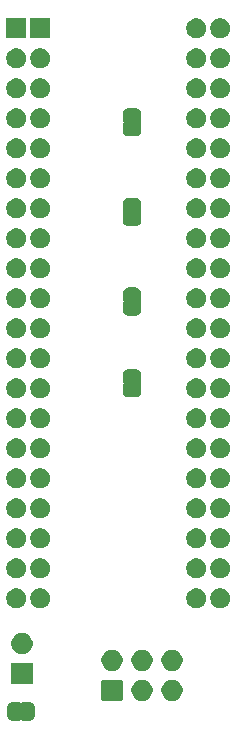
<source format=gbr>
G04 #@! TF.GenerationSoftware,KiCad,Pcbnew,5.1.5+dfsg1-2build2*
G04 #@! TF.CreationDate,2022-03-13T21:18:42-04:00*
G04 #@! TF.ProjectId,vdg_breakout,7664675f-6272-4656-916b-6f75742e6b69,rev?*
G04 #@! TF.SameCoordinates,Original*
G04 #@! TF.FileFunction,Soldermask,Bot*
G04 #@! TF.FilePolarity,Negative*
%FSLAX46Y46*%
G04 Gerber Fmt 4.6, Leading zero omitted, Abs format (unit mm)*
G04 Created by KiCad (PCBNEW 5.1.5+dfsg1-2build2) date 2022-03-13 21:18:42*
%MOMM*%
%LPD*%
G04 APERTURE LIST*
%ADD10C,0.100000*%
G04 APERTURE END LIST*
D10*
G36*
X123234999Y-117649737D02*
G01*
X123244608Y-117652652D01*
X123253472Y-117657390D01*
X123261237Y-117663763D01*
X123271448Y-117676206D01*
X123278378Y-117686575D01*
X123295705Y-117703902D01*
X123316080Y-117717515D01*
X123338720Y-117726891D01*
X123362753Y-117731671D01*
X123387257Y-117731670D01*
X123411290Y-117726888D01*
X123433929Y-117717510D01*
X123454302Y-117703895D01*
X123471629Y-117686568D01*
X123478558Y-117676198D01*
X123488763Y-117663763D01*
X123496528Y-117657390D01*
X123505392Y-117652652D01*
X123515001Y-117649737D01*
X123531140Y-117648148D01*
X124018861Y-117648148D01*
X124037199Y-117649954D01*
X124049450Y-117650556D01*
X124067869Y-117650556D01*
X124090149Y-117652750D01*
X124174233Y-117669476D01*
X124195660Y-117675976D01*
X124274858Y-117708780D01*
X124280303Y-117711691D01*
X124280309Y-117711693D01*
X124289169Y-117716429D01*
X124289173Y-117716432D01*
X124294614Y-117719340D01*
X124365899Y-117766971D01*
X124383204Y-117781172D01*
X124443828Y-117841796D01*
X124458029Y-117859101D01*
X124505660Y-117930386D01*
X124508568Y-117935827D01*
X124508571Y-117935831D01*
X124513307Y-117944691D01*
X124513309Y-117944697D01*
X124516220Y-117950142D01*
X124549024Y-118029340D01*
X124555524Y-118050767D01*
X124572250Y-118134851D01*
X124574444Y-118157131D01*
X124574444Y-118175550D01*
X124575046Y-118187801D01*
X124576852Y-118206139D01*
X124576852Y-118693862D01*
X124575046Y-118712199D01*
X124574444Y-118724450D01*
X124574444Y-118742869D01*
X124572250Y-118765149D01*
X124555524Y-118849233D01*
X124549024Y-118870660D01*
X124516220Y-118949858D01*
X124513309Y-118955303D01*
X124513307Y-118955309D01*
X124508571Y-118964169D01*
X124508568Y-118964173D01*
X124505660Y-118969614D01*
X124458029Y-119040899D01*
X124443828Y-119058204D01*
X124383204Y-119118828D01*
X124365899Y-119133029D01*
X124294614Y-119180660D01*
X124289173Y-119183568D01*
X124289169Y-119183571D01*
X124280309Y-119188307D01*
X124280303Y-119188309D01*
X124274858Y-119191220D01*
X124195660Y-119224024D01*
X124174233Y-119230524D01*
X124090149Y-119247250D01*
X124067869Y-119249444D01*
X124049450Y-119249444D01*
X124037199Y-119250046D01*
X124018862Y-119251852D01*
X123531140Y-119251852D01*
X123515001Y-119250263D01*
X123505392Y-119247348D01*
X123496528Y-119242610D01*
X123488763Y-119236237D01*
X123478552Y-119223794D01*
X123471622Y-119213425D01*
X123454295Y-119196098D01*
X123433920Y-119182485D01*
X123411280Y-119173109D01*
X123387247Y-119168329D01*
X123362743Y-119168330D01*
X123338710Y-119173112D01*
X123316071Y-119182490D01*
X123295698Y-119196105D01*
X123278371Y-119213432D01*
X123271442Y-119223802D01*
X123261237Y-119236237D01*
X123253472Y-119242610D01*
X123244608Y-119247348D01*
X123234999Y-119250263D01*
X123218860Y-119251852D01*
X122731138Y-119251852D01*
X122712801Y-119250046D01*
X122700550Y-119249444D01*
X122682131Y-119249444D01*
X122659851Y-119247250D01*
X122575767Y-119230524D01*
X122554340Y-119224024D01*
X122475142Y-119191220D01*
X122469697Y-119188309D01*
X122469691Y-119188307D01*
X122460831Y-119183571D01*
X122460827Y-119183568D01*
X122455386Y-119180660D01*
X122384101Y-119133029D01*
X122366796Y-119118828D01*
X122306172Y-119058204D01*
X122291971Y-119040899D01*
X122244340Y-118969614D01*
X122241432Y-118964173D01*
X122241429Y-118964169D01*
X122236693Y-118955309D01*
X122236691Y-118955303D01*
X122233780Y-118949858D01*
X122200976Y-118870660D01*
X122194476Y-118849233D01*
X122177750Y-118765149D01*
X122175556Y-118742869D01*
X122175556Y-118724450D01*
X122174954Y-118712199D01*
X122173148Y-118693862D01*
X122173148Y-118206139D01*
X122174954Y-118187801D01*
X122175556Y-118175550D01*
X122175556Y-118157131D01*
X122177750Y-118134851D01*
X122194476Y-118050767D01*
X122200976Y-118029340D01*
X122233780Y-117950142D01*
X122236691Y-117944697D01*
X122236693Y-117944691D01*
X122241429Y-117935831D01*
X122241432Y-117935827D01*
X122244340Y-117930386D01*
X122291971Y-117859101D01*
X122306172Y-117841796D01*
X122366796Y-117781172D01*
X122384101Y-117766971D01*
X122455386Y-117719340D01*
X122460827Y-117716432D01*
X122460831Y-117716429D01*
X122469691Y-117711693D01*
X122469697Y-117711691D01*
X122475142Y-117708780D01*
X122554340Y-117675976D01*
X122575767Y-117669476D01*
X122659851Y-117652750D01*
X122682131Y-117650556D01*
X122700550Y-117650556D01*
X122712801Y-117649954D01*
X122731139Y-117648148D01*
X123218860Y-117648148D01*
X123234999Y-117649737D01*
G37*
G36*
X131833600Y-115777989D02*
G01*
X131866652Y-115788015D01*
X131897103Y-115804292D01*
X131923799Y-115826201D01*
X131945708Y-115852897D01*
X131961985Y-115883348D01*
X131972011Y-115916400D01*
X131976000Y-115956903D01*
X131976000Y-117393097D01*
X131972011Y-117433600D01*
X131961985Y-117466652D01*
X131945708Y-117497103D01*
X131923799Y-117523799D01*
X131897103Y-117545708D01*
X131866652Y-117561985D01*
X131833600Y-117572011D01*
X131793097Y-117576000D01*
X130356903Y-117576000D01*
X130316400Y-117572011D01*
X130283348Y-117561985D01*
X130252897Y-117545708D01*
X130226201Y-117523799D01*
X130204292Y-117497103D01*
X130188015Y-117466652D01*
X130177989Y-117433600D01*
X130174000Y-117393097D01*
X130174000Y-115956903D01*
X130177989Y-115916400D01*
X130188015Y-115883348D01*
X130204292Y-115852897D01*
X130226201Y-115826201D01*
X130252897Y-115804292D01*
X130283348Y-115788015D01*
X130316400Y-115777989D01*
X130356903Y-115774000D01*
X131793097Y-115774000D01*
X131833600Y-115777989D01*
G37*
G36*
X133723796Y-115777989D02*
G01*
X133877812Y-115808624D01*
X134041784Y-115876544D01*
X134189354Y-115975147D01*
X134314853Y-116100646D01*
X134413456Y-116248216D01*
X134481376Y-116412188D01*
X134516000Y-116586259D01*
X134516000Y-116763741D01*
X134481376Y-116937812D01*
X134413456Y-117101784D01*
X134314853Y-117249354D01*
X134189354Y-117374853D01*
X134041784Y-117473456D01*
X133877812Y-117541376D01*
X133729341Y-117570908D01*
X133703742Y-117576000D01*
X133526258Y-117576000D01*
X133500659Y-117570908D01*
X133352188Y-117541376D01*
X133188216Y-117473456D01*
X133040646Y-117374853D01*
X132915147Y-117249354D01*
X132816544Y-117101784D01*
X132748624Y-116937812D01*
X132714000Y-116763741D01*
X132714000Y-116586259D01*
X132748624Y-116412188D01*
X132816544Y-116248216D01*
X132915147Y-116100646D01*
X133040646Y-115975147D01*
X133188216Y-115876544D01*
X133352188Y-115808624D01*
X133506204Y-115777989D01*
X133526258Y-115774000D01*
X133703742Y-115774000D01*
X133723796Y-115777989D01*
G37*
G36*
X136263796Y-115777989D02*
G01*
X136417812Y-115808624D01*
X136581784Y-115876544D01*
X136729354Y-115975147D01*
X136854853Y-116100646D01*
X136953456Y-116248216D01*
X137021376Y-116412188D01*
X137056000Y-116586259D01*
X137056000Y-116763741D01*
X137021376Y-116937812D01*
X136953456Y-117101784D01*
X136854853Y-117249354D01*
X136729354Y-117374853D01*
X136581784Y-117473456D01*
X136417812Y-117541376D01*
X136269341Y-117570908D01*
X136243742Y-117576000D01*
X136066258Y-117576000D01*
X136040659Y-117570908D01*
X135892188Y-117541376D01*
X135728216Y-117473456D01*
X135580646Y-117374853D01*
X135455147Y-117249354D01*
X135356544Y-117101784D01*
X135288624Y-116937812D01*
X135254000Y-116763741D01*
X135254000Y-116586259D01*
X135288624Y-116412188D01*
X135356544Y-116248216D01*
X135455147Y-116100646D01*
X135580646Y-115975147D01*
X135728216Y-115876544D01*
X135892188Y-115808624D01*
X136046204Y-115777989D01*
X136066258Y-115774000D01*
X136243742Y-115774000D01*
X136263796Y-115777989D01*
G37*
G36*
X124351000Y-116151000D02*
G01*
X122549000Y-116151000D01*
X122549000Y-114349000D01*
X124351000Y-114349000D01*
X124351000Y-116151000D01*
G37*
G36*
X136268512Y-113238927D02*
G01*
X136417812Y-113268624D01*
X136581784Y-113336544D01*
X136729354Y-113435147D01*
X136854853Y-113560646D01*
X136953456Y-113708216D01*
X137021376Y-113872188D01*
X137056000Y-114046259D01*
X137056000Y-114223741D01*
X137021376Y-114397812D01*
X136953456Y-114561784D01*
X136854853Y-114709354D01*
X136729354Y-114834853D01*
X136581784Y-114933456D01*
X136417812Y-115001376D01*
X136268512Y-115031073D01*
X136243742Y-115036000D01*
X136066258Y-115036000D01*
X136041488Y-115031073D01*
X135892188Y-115001376D01*
X135728216Y-114933456D01*
X135580646Y-114834853D01*
X135455147Y-114709354D01*
X135356544Y-114561784D01*
X135288624Y-114397812D01*
X135254000Y-114223741D01*
X135254000Y-114046259D01*
X135288624Y-113872188D01*
X135356544Y-113708216D01*
X135455147Y-113560646D01*
X135580646Y-113435147D01*
X135728216Y-113336544D01*
X135892188Y-113268624D01*
X136041488Y-113238927D01*
X136066258Y-113234000D01*
X136243742Y-113234000D01*
X136268512Y-113238927D01*
G37*
G36*
X133728512Y-113238927D02*
G01*
X133877812Y-113268624D01*
X134041784Y-113336544D01*
X134189354Y-113435147D01*
X134314853Y-113560646D01*
X134413456Y-113708216D01*
X134481376Y-113872188D01*
X134516000Y-114046259D01*
X134516000Y-114223741D01*
X134481376Y-114397812D01*
X134413456Y-114561784D01*
X134314853Y-114709354D01*
X134189354Y-114834853D01*
X134041784Y-114933456D01*
X133877812Y-115001376D01*
X133728512Y-115031073D01*
X133703742Y-115036000D01*
X133526258Y-115036000D01*
X133501488Y-115031073D01*
X133352188Y-115001376D01*
X133188216Y-114933456D01*
X133040646Y-114834853D01*
X132915147Y-114709354D01*
X132816544Y-114561784D01*
X132748624Y-114397812D01*
X132714000Y-114223741D01*
X132714000Y-114046259D01*
X132748624Y-113872188D01*
X132816544Y-113708216D01*
X132915147Y-113560646D01*
X133040646Y-113435147D01*
X133188216Y-113336544D01*
X133352188Y-113268624D01*
X133501488Y-113238927D01*
X133526258Y-113234000D01*
X133703742Y-113234000D01*
X133728512Y-113238927D01*
G37*
G36*
X131188512Y-113238927D02*
G01*
X131337812Y-113268624D01*
X131501784Y-113336544D01*
X131649354Y-113435147D01*
X131774853Y-113560646D01*
X131873456Y-113708216D01*
X131941376Y-113872188D01*
X131976000Y-114046259D01*
X131976000Y-114223741D01*
X131941376Y-114397812D01*
X131873456Y-114561784D01*
X131774853Y-114709354D01*
X131649354Y-114834853D01*
X131501784Y-114933456D01*
X131337812Y-115001376D01*
X131188512Y-115031073D01*
X131163742Y-115036000D01*
X130986258Y-115036000D01*
X130961488Y-115031073D01*
X130812188Y-115001376D01*
X130648216Y-114933456D01*
X130500646Y-114834853D01*
X130375147Y-114709354D01*
X130276544Y-114561784D01*
X130208624Y-114397812D01*
X130174000Y-114223741D01*
X130174000Y-114046259D01*
X130208624Y-113872188D01*
X130276544Y-113708216D01*
X130375147Y-113560646D01*
X130500646Y-113435147D01*
X130648216Y-113336544D01*
X130812188Y-113268624D01*
X130961488Y-113238927D01*
X130986258Y-113234000D01*
X131163742Y-113234000D01*
X131188512Y-113238927D01*
G37*
G36*
X123563512Y-111813927D02*
G01*
X123712812Y-111843624D01*
X123876784Y-111911544D01*
X124024354Y-112010147D01*
X124149853Y-112135646D01*
X124248456Y-112283216D01*
X124316376Y-112447188D01*
X124351000Y-112621259D01*
X124351000Y-112798741D01*
X124316376Y-112972812D01*
X124248456Y-113136784D01*
X124149853Y-113284354D01*
X124024354Y-113409853D01*
X123876784Y-113508456D01*
X123712812Y-113576376D01*
X123563512Y-113606073D01*
X123538742Y-113611000D01*
X123361258Y-113611000D01*
X123336488Y-113606073D01*
X123187188Y-113576376D01*
X123023216Y-113508456D01*
X122875646Y-113409853D01*
X122750147Y-113284354D01*
X122651544Y-113136784D01*
X122583624Y-112972812D01*
X122549000Y-112798741D01*
X122549000Y-112621259D01*
X122583624Y-112447188D01*
X122651544Y-112283216D01*
X122750147Y-112135646D01*
X122875646Y-112010147D01*
X123023216Y-111911544D01*
X123187188Y-111843624D01*
X123336488Y-111813927D01*
X123361258Y-111809000D01*
X123538742Y-111809000D01*
X123563512Y-111813927D01*
G37*
G36*
X125248229Y-108066704D02*
G01*
X125403101Y-108130854D01*
X125542482Y-108223986D01*
X125661016Y-108342520D01*
X125754148Y-108481901D01*
X125818298Y-108636773D01*
X125851001Y-108801185D01*
X125851001Y-108968817D01*
X125818298Y-109133229D01*
X125754148Y-109288101D01*
X125661016Y-109427482D01*
X125542482Y-109546016D01*
X125403101Y-109639148D01*
X125248229Y-109703298D01*
X125083817Y-109736001D01*
X124916185Y-109736001D01*
X124751773Y-109703298D01*
X124596901Y-109639148D01*
X124457520Y-109546016D01*
X124338986Y-109427482D01*
X124245854Y-109288101D01*
X124181704Y-109133229D01*
X124149001Y-108968817D01*
X124149001Y-108801185D01*
X124181704Y-108636773D01*
X124245854Y-108481901D01*
X124338986Y-108342520D01*
X124457520Y-108223986D01*
X124596901Y-108130854D01*
X124751773Y-108066704D01*
X124916185Y-108034001D01*
X125083817Y-108034001D01*
X125248229Y-108066704D01*
G37*
G36*
X138463228Y-108066704D02*
G01*
X138618100Y-108130854D01*
X138757481Y-108223986D01*
X138876015Y-108342520D01*
X138969147Y-108481901D01*
X139033297Y-108636773D01*
X139066000Y-108801185D01*
X139066000Y-108968817D01*
X139033297Y-109133229D01*
X138969147Y-109288101D01*
X138876015Y-109427482D01*
X138757481Y-109546016D01*
X138618100Y-109639148D01*
X138463228Y-109703298D01*
X138298816Y-109736001D01*
X138131184Y-109736001D01*
X137966772Y-109703298D01*
X137811900Y-109639148D01*
X137672519Y-109546016D01*
X137553985Y-109427482D01*
X137460853Y-109288101D01*
X137396703Y-109133229D01*
X137364000Y-108968817D01*
X137364000Y-108801185D01*
X137396703Y-108636773D01*
X137460853Y-108481901D01*
X137553985Y-108342520D01*
X137672519Y-108223986D01*
X137811900Y-108130854D01*
X137966772Y-108066704D01*
X138131184Y-108034001D01*
X138298816Y-108034001D01*
X138463228Y-108066704D01*
G37*
G36*
X123223228Y-108066704D02*
G01*
X123378100Y-108130854D01*
X123517481Y-108223986D01*
X123636015Y-108342520D01*
X123729147Y-108481901D01*
X123793297Y-108636773D01*
X123826000Y-108801185D01*
X123826000Y-108968817D01*
X123793297Y-109133229D01*
X123729147Y-109288101D01*
X123636015Y-109427482D01*
X123517481Y-109546016D01*
X123378100Y-109639148D01*
X123223228Y-109703298D01*
X123058816Y-109736001D01*
X122891184Y-109736001D01*
X122726772Y-109703298D01*
X122571900Y-109639148D01*
X122432519Y-109546016D01*
X122313985Y-109427482D01*
X122220853Y-109288101D01*
X122156703Y-109133229D01*
X122124000Y-108968817D01*
X122124000Y-108801185D01*
X122156703Y-108636773D01*
X122220853Y-108481901D01*
X122313985Y-108342520D01*
X122432519Y-108223986D01*
X122571900Y-108130854D01*
X122726772Y-108066704D01*
X122891184Y-108034001D01*
X123058816Y-108034001D01*
X123223228Y-108066704D01*
G37*
G36*
X140488229Y-108066704D02*
G01*
X140643101Y-108130854D01*
X140782482Y-108223986D01*
X140901016Y-108342520D01*
X140994148Y-108481901D01*
X141058298Y-108636773D01*
X141091001Y-108801185D01*
X141091001Y-108968817D01*
X141058298Y-109133229D01*
X140994148Y-109288101D01*
X140901016Y-109427482D01*
X140782482Y-109546016D01*
X140643101Y-109639148D01*
X140488229Y-109703298D01*
X140323817Y-109736001D01*
X140156185Y-109736001D01*
X139991773Y-109703298D01*
X139836901Y-109639148D01*
X139697520Y-109546016D01*
X139578986Y-109427482D01*
X139485854Y-109288101D01*
X139421704Y-109133229D01*
X139389001Y-108968817D01*
X139389001Y-108801185D01*
X139421704Y-108636773D01*
X139485854Y-108481901D01*
X139578986Y-108342520D01*
X139697520Y-108223986D01*
X139836901Y-108130854D01*
X139991773Y-108066704D01*
X140156185Y-108034001D01*
X140323817Y-108034001D01*
X140488229Y-108066704D01*
G37*
G36*
X140488229Y-105526704D02*
G01*
X140643101Y-105590854D01*
X140782482Y-105683986D01*
X140901016Y-105802520D01*
X140994148Y-105941901D01*
X141058298Y-106096773D01*
X141091001Y-106261185D01*
X141091001Y-106428817D01*
X141058298Y-106593229D01*
X140994148Y-106748101D01*
X140901016Y-106887482D01*
X140782482Y-107006016D01*
X140643101Y-107099148D01*
X140488229Y-107163298D01*
X140323817Y-107196001D01*
X140156185Y-107196001D01*
X139991773Y-107163298D01*
X139836901Y-107099148D01*
X139697520Y-107006016D01*
X139578986Y-106887482D01*
X139485854Y-106748101D01*
X139421704Y-106593229D01*
X139389001Y-106428817D01*
X139389001Y-106261185D01*
X139421704Y-106096773D01*
X139485854Y-105941901D01*
X139578986Y-105802520D01*
X139697520Y-105683986D01*
X139836901Y-105590854D01*
X139991773Y-105526704D01*
X140156185Y-105494001D01*
X140323817Y-105494001D01*
X140488229Y-105526704D01*
G37*
G36*
X138463228Y-105526704D02*
G01*
X138618100Y-105590854D01*
X138757481Y-105683986D01*
X138876015Y-105802520D01*
X138969147Y-105941901D01*
X139033297Y-106096773D01*
X139066000Y-106261185D01*
X139066000Y-106428817D01*
X139033297Y-106593229D01*
X138969147Y-106748101D01*
X138876015Y-106887482D01*
X138757481Y-107006016D01*
X138618100Y-107099148D01*
X138463228Y-107163298D01*
X138298816Y-107196001D01*
X138131184Y-107196001D01*
X137966772Y-107163298D01*
X137811900Y-107099148D01*
X137672519Y-107006016D01*
X137553985Y-106887482D01*
X137460853Y-106748101D01*
X137396703Y-106593229D01*
X137364000Y-106428817D01*
X137364000Y-106261185D01*
X137396703Y-106096773D01*
X137460853Y-105941901D01*
X137553985Y-105802520D01*
X137672519Y-105683986D01*
X137811900Y-105590854D01*
X137966772Y-105526704D01*
X138131184Y-105494001D01*
X138298816Y-105494001D01*
X138463228Y-105526704D01*
G37*
G36*
X125248229Y-105526704D02*
G01*
X125403101Y-105590854D01*
X125542482Y-105683986D01*
X125661016Y-105802520D01*
X125754148Y-105941901D01*
X125818298Y-106096773D01*
X125851001Y-106261185D01*
X125851001Y-106428817D01*
X125818298Y-106593229D01*
X125754148Y-106748101D01*
X125661016Y-106887482D01*
X125542482Y-107006016D01*
X125403101Y-107099148D01*
X125248229Y-107163298D01*
X125083817Y-107196001D01*
X124916185Y-107196001D01*
X124751773Y-107163298D01*
X124596901Y-107099148D01*
X124457520Y-107006016D01*
X124338986Y-106887482D01*
X124245854Y-106748101D01*
X124181704Y-106593229D01*
X124149001Y-106428817D01*
X124149001Y-106261185D01*
X124181704Y-106096773D01*
X124245854Y-105941901D01*
X124338986Y-105802520D01*
X124457520Y-105683986D01*
X124596901Y-105590854D01*
X124751773Y-105526704D01*
X124916185Y-105494001D01*
X125083817Y-105494001D01*
X125248229Y-105526704D01*
G37*
G36*
X123223228Y-105526704D02*
G01*
X123378100Y-105590854D01*
X123517481Y-105683986D01*
X123636015Y-105802520D01*
X123729147Y-105941901D01*
X123793297Y-106096773D01*
X123826000Y-106261185D01*
X123826000Y-106428817D01*
X123793297Y-106593229D01*
X123729147Y-106748101D01*
X123636015Y-106887482D01*
X123517481Y-107006016D01*
X123378100Y-107099148D01*
X123223228Y-107163298D01*
X123058816Y-107196001D01*
X122891184Y-107196001D01*
X122726772Y-107163298D01*
X122571900Y-107099148D01*
X122432519Y-107006016D01*
X122313985Y-106887482D01*
X122220853Y-106748101D01*
X122156703Y-106593229D01*
X122124000Y-106428817D01*
X122124000Y-106261185D01*
X122156703Y-106096773D01*
X122220853Y-105941901D01*
X122313985Y-105802520D01*
X122432519Y-105683986D01*
X122571900Y-105590854D01*
X122726772Y-105526704D01*
X122891184Y-105494001D01*
X123058816Y-105494001D01*
X123223228Y-105526704D01*
G37*
G36*
X125248229Y-102986704D02*
G01*
X125403101Y-103050854D01*
X125542482Y-103143986D01*
X125661016Y-103262520D01*
X125754148Y-103401901D01*
X125818298Y-103556773D01*
X125851001Y-103721185D01*
X125851001Y-103888817D01*
X125818298Y-104053229D01*
X125754148Y-104208101D01*
X125661016Y-104347482D01*
X125542482Y-104466016D01*
X125403101Y-104559148D01*
X125248229Y-104623298D01*
X125083817Y-104656001D01*
X124916185Y-104656001D01*
X124751773Y-104623298D01*
X124596901Y-104559148D01*
X124457520Y-104466016D01*
X124338986Y-104347482D01*
X124245854Y-104208101D01*
X124181704Y-104053229D01*
X124149001Y-103888817D01*
X124149001Y-103721185D01*
X124181704Y-103556773D01*
X124245854Y-103401901D01*
X124338986Y-103262520D01*
X124457520Y-103143986D01*
X124596901Y-103050854D01*
X124751773Y-102986704D01*
X124916185Y-102954001D01*
X125083817Y-102954001D01*
X125248229Y-102986704D01*
G37*
G36*
X140488229Y-102986704D02*
G01*
X140643101Y-103050854D01*
X140782482Y-103143986D01*
X140901016Y-103262520D01*
X140994148Y-103401901D01*
X141058298Y-103556773D01*
X141091001Y-103721185D01*
X141091001Y-103888817D01*
X141058298Y-104053229D01*
X140994148Y-104208101D01*
X140901016Y-104347482D01*
X140782482Y-104466016D01*
X140643101Y-104559148D01*
X140488229Y-104623298D01*
X140323817Y-104656001D01*
X140156185Y-104656001D01*
X139991773Y-104623298D01*
X139836901Y-104559148D01*
X139697520Y-104466016D01*
X139578986Y-104347482D01*
X139485854Y-104208101D01*
X139421704Y-104053229D01*
X139389001Y-103888817D01*
X139389001Y-103721185D01*
X139421704Y-103556773D01*
X139485854Y-103401901D01*
X139578986Y-103262520D01*
X139697520Y-103143986D01*
X139836901Y-103050854D01*
X139991773Y-102986704D01*
X140156185Y-102954001D01*
X140323817Y-102954001D01*
X140488229Y-102986704D01*
G37*
G36*
X123223228Y-102986704D02*
G01*
X123378100Y-103050854D01*
X123517481Y-103143986D01*
X123636015Y-103262520D01*
X123729147Y-103401901D01*
X123793297Y-103556773D01*
X123826000Y-103721185D01*
X123826000Y-103888817D01*
X123793297Y-104053229D01*
X123729147Y-104208101D01*
X123636015Y-104347482D01*
X123517481Y-104466016D01*
X123378100Y-104559148D01*
X123223228Y-104623298D01*
X123058816Y-104656001D01*
X122891184Y-104656001D01*
X122726772Y-104623298D01*
X122571900Y-104559148D01*
X122432519Y-104466016D01*
X122313985Y-104347482D01*
X122220853Y-104208101D01*
X122156703Y-104053229D01*
X122124000Y-103888817D01*
X122124000Y-103721185D01*
X122156703Y-103556773D01*
X122220853Y-103401901D01*
X122313985Y-103262520D01*
X122432519Y-103143986D01*
X122571900Y-103050854D01*
X122726772Y-102986704D01*
X122891184Y-102954001D01*
X123058816Y-102954001D01*
X123223228Y-102986704D01*
G37*
G36*
X138463228Y-102986704D02*
G01*
X138618100Y-103050854D01*
X138757481Y-103143986D01*
X138876015Y-103262520D01*
X138969147Y-103401901D01*
X139033297Y-103556773D01*
X139066000Y-103721185D01*
X139066000Y-103888817D01*
X139033297Y-104053229D01*
X138969147Y-104208101D01*
X138876015Y-104347482D01*
X138757481Y-104466016D01*
X138618100Y-104559148D01*
X138463228Y-104623298D01*
X138298816Y-104656001D01*
X138131184Y-104656001D01*
X137966772Y-104623298D01*
X137811900Y-104559148D01*
X137672519Y-104466016D01*
X137553985Y-104347482D01*
X137460853Y-104208101D01*
X137396703Y-104053229D01*
X137364000Y-103888817D01*
X137364000Y-103721185D01*
X137396703Y-103556773D01*
X137460853Y-103401901D01*
X137553985Y-103262520D01*
X137672519Y-103143986D01*
X137811900Y-103050854D01*
X137966772Y-102986704D01*
X138131184Y-102954001D01*
X138298816Y-102954001D01*
X138463228Y-102986704D01*
G37*
G36*
X125248229Y-100446704D02*
G01*
X125403101Y-100510854D01*
X125542482Y-100603986D01*
X125661016Y-100722520D01*
X125754148Y-100861901D01*
X125818298Y-101016773D01*
X125851001Y-101181185D01*
X125851001Y-101348817D01*
X125818298Y-101513229D01*
X125754148Y-101668101D01*
X125661016Y-101807482D01*
X125542482Y-101926016D01*
X125403101Y-102019148D01*
X125248229Y-102083298D01*
X125083817Y-102116001D01*
X124916185Y-102116001D01*
X124751773Y-102083298D01*
X124596901Y-102019148D01*
X124457520Y-101926016D01*
X124338986Y-101807482D01*
X124245854Y-101668101D01*
X124181704Y-101513229D01*
X124149001Y-101348817D01*
X124149001Y-101181185D01*
X124181704Y-101016773D01*
X124245854Y-100861901D01*
X124338986Y-100722520D01*
X124457520Y-100603986D01*
X124596901Y-100510854D01*
X124751773Y-100446704D01*
X124916185Y-100414001D01*
X125083817Y-100414001D01*
X125248229Y-100446704D01*
G37*
G36*
X123223228Y-100446704D02*
G01*
X123378100Y-100510854D01*
X123517481Y-100603986D01*
X123636015Y-100722520D01*
X123729147Y-100861901D01*
X123793297Y-101016773D01*
X123826000Y-101181185D01*
X123826000Y-101348817D01*
X123793297Y-101513229D01*
X123729147Y-101668101D01*
X123636015Y-101807482D01*
X123517481Y-101926016D01*
X123378100Y-102019148D01*
X123223228Y-102083298D01*
X123058816Y-102116001D01*
X122891184Y-102116001D01*
X122726772Y-102083298D01*
X122571900Y-102019148D01*
X122432519Y-101926016D01*
X122313985Y-101807482D01*
X122220853Y-101668101D01*
X122156703Y-101513229D01*
X122124000Y-101348817D01*
X122124000Y-101181185D01*
X122156703Y-101016773D01*
X122220853Y-100861901D01*
X122313985Y-100722520D01*
X122432519Y-100603986D01*
X122571900Y-100510854D01*
X122726772Y-100446704D01*
X122891184Y-100414001D01*
X123058816Y-100414001D01*
X123223228Y-100446704D01*
G37*
G36*
X140488229Y-100446704D02*
G01*
X140643101Y-100510854D01*
X140782482Y-100603986D01*
X140901016Y-100722520D01*
X140994148Y-100861901D01*
X141058298Y-101016773D01*
X141091001Y-101181185D01*
X141091001Y-101348817D01*
X141058298Y-101513229D01*
X140994148Y-101668101D01*
X140901016Y-101807482D01*
X140782482Y-101926016D01*
X140643101Y-102019148D01*
X140488229Y-102083298D01*
X140323817Y-102116001D01*
X140156185Y-102116001D01*
X139991773Y-102083298D01*
X139836901Y-102019148D01*
X139697520Y-101926016D01*
X139578986Y-101807482D01*
X139485854Y-101668101D01*
X139421704Y-101513229D01*
X139389001Y-101348817D01*
X139389001Y-101181185D01*
X139421704Y-101016773D01*
X139485854Y-100861901D01*
X139578986Y-100722520D01*
X139697520Y-100603986D01*
X139836901Y-100510854D01*
X139991773Y-100446704D01*
X140156185Y-100414001D01*
X140323817Y-100414001D01*
X140488229Y-100446704D01*
G37*
G36*
X138463228Y-100446704D02*
G01*
X138618100Y-100510854D01*
X138757481Y-100603986D01*
X138876015Y-100722520D01*
X138969147Y-100861901D01*
X139033297Y-101016773D01*
X139066000Y-101181185D01*
X139066000Y-101348817D01*
X139033297Y-101513229D01*
X138969147Y-101668101D01*
X138876015Y-101807482D01*
X138757481Y-101926016D01*
X138618100Y-102019148D01*
X138463228Y-102083298D01*
X138298816Y-102116001D01*
X138131184Y-102116001D01*
X137966772Y-102083298D01*
X137811900Y-102019148D01*
X137672519Y-101926016D01*
X137553985Y-101807482D01*
X137460853Y-101668101D01*
X137396703Y-101513229D01*
X137364000Y-101348817D01*
X137364000Y-101181185D01*
X137396703Y-101016773D01*
X137460853Y-100861901D01*
X137553985Y-100722520D01*
X137672519Y-100603986D01*
X137811900Y-100510854D01*
X137966772Y-100446704D01*
X138131184Y-100414001D01*
X138298816Y-100414001D01*
X138463228Y-100446704D01*
G37*
G36*
X138463228Y-97906704D02*
G01*
X138618100Y-97970854D01*
X138757481Y-98063986D01*
X138876015Y-98182520D01*
X138969147Y-98321901D01*
X139033297Y-98476773D01*
X139066000Y-98641185D01*
X139066000Y-98808817D01*
X139033297Y-98973229D01*
X138969147Y-99128101D01*
X138876015Y-99267482D01*
X138757481Y-99386016D01*
X138618100Y-99479148D01*
X138463228Y-99543298D01*
X138298816Y-99576001D01*
X138131184Y-99576001D01*
X137966772Y-99543298D01*
X137811900Y-99479148D01*
X137672519Y-99386016D01*
X137553985Y-99267482D01*
X137460853Y-99128101D01*
X137396703Y-98973229D01*
X137364000Y-98808817D01*
X137364000Y-98641185D01*
X137396703Y-98476773D01*
X137460853Y-98321901D01*
X137553985Y-98182520D01*
X137672519Y-98063986D01*
X137811900Y-97970854D01*
X137966772Y-97906704D01*
X138131184Y-97874001D01*
X138298816Y-97874001D01*
X138463228Y-97906704D01*
G37*
G36*
X140488229Y-97906704D02*
G01*
X140643101Y-97970854D01*
X140782482Y-98063986D01*
X140901016Y-98182520D01*
X140994148Y-98321901D01*
X141058298Y-98476773D01*
X141091001Y-98641185D01*
X141091001Y-98808817D01*
X141058298Y-98973229D01*
X140994148Y-99128101D01*
X140901016Y-99267482D01*
X140782482Y-99386016D01*
X140643101Y-99479148D01*
X140488229Y-99543298D01*
X140323817Y-99576001D01*
X140156185Y-99576001D01*
X139991773Y-99543298D01*
X139836901Y-99479148D01*
X139697520Y-99386016D01*
X139578986Y-99267482D01*
X139485854Y-99128101D01*
X139421704Y-98973229D01*
X139389001Y-98808817D01*
X139389001Y-98641185D01*
X139421704Y-98476773D01*
X139485854Y-98321901D01*
X139578986Y-98182520D01*
X139697520Y-98063986D01*
X139836901Y-97970854D01*
X139991773Y-97906704D01*
X140156185Y-97874001D01*
X140323817Y-97874001D01*
X140488229Y-97906704D01*
G37*
G36*
X123223228Y-97906704D02*
G01*
X123378100Y-97970854D01*
X123517481Y-98063986D01*
X123636015Y-98182520D01*
X123729147Y-98321901D01*
X123793297Y-98476773D01*
X123826000Y-98641185D01*
X123826000Y-98808817D01*
X123793297Y-98973229D01*
X123729147Y-99128101D01*
X123636015Y-99267482D01*
X123517481Y-99386016D01*
X123378100Y-99479148D01*
X123223228Y-99543298D01*
X123058816Y-99576001D01*
X122891184Y-99576001D01*
X122726772Y-99543298D01*
X122571900Y-99479148D01*
X122432519Y-99386016D01*
X122313985Y-99267482D01*
X122220853Y-99128101D01*
X122156703Y-98973229D01*
X122124000Y-98808817D01*
X122124000Y-98641185D01*
X122156703Y-98476773D01*
X122220853Y-98321901D01*
X122313985Y-98182520D01*
X122432519Y-98063986D01*
X122571900Y-97970854D01*
X122726772Y-97906704D01*
X122891184Y-97874001D01*
X123058816Y-97874001D01*
X123223228Y-97906704D01*
G37*
G36*
X125248229Y-97906704D02*
G01*
X125403101Y-97970854D01*
X125542482Y-98063986D01*
X125661016Y-98182520D01*
X125754148Y-98321901D01*
X125818298Y-98476773D01*
X125851001Y-98641185D01*
X125851001Y-98808817D01*
X125818298Y-98973229D01*
X125754148Y-99128101D01*
X125661016Y-99267482D01*
X125542482Y-99386016D01*
X125403101Y-99479148D01*
X125248229Y-99543298D01*
X125083817Y-99576001D01*
X124916185Y-99576001D01*
X124751773Y-99543298D01*
X124596901Y-99479148D01*
X124457520Y-99386016D01*
X124338986Y-99267482D01*
X124245854Y-99128101D01*
X124181704Y-98973229D01*
X124149001Y-98808817D01*
X124149001Y-98641185D01*
X124181704Y-98476773D01*
X124245854Y-98321901D01*
X124338986Y-98182520D01*
X124457520Y-98063986D01*
X124596901Y-97970854D01*
X124751773Y-97906704D01*
X124916185Y-97874001D01*
X125083817Y-97874001D01*
X125248229Y-97906704D01*
G37*
G36*
X123223228Y-95366704D02*
G01*
X123378100Y-95430854D01*
X123517481Y-95523986D01*
X123636015Y-95642520D01*
X123729147Y-95781901D01*
X123793297Y-95936773D01*
X123826000Y-96101185D01*
X123826000Y-96268817D01*
X123793297Y-96433229D01*
X123729147Y-96588101D01*
X123636015Y-96727482D01*
X123517481Y-96846016D01*
X123378100Y-96939148D01*
X123223228Y-97003298D01*
X123058816Y-97036001D01*
X122891184Y-97036001D01*
X122726772Y-97003298D01*
X122571900Y-96939148D01*
X122432519Y-96846016D01*
X122313985Y-96727482D01*
X122220853Y-96588101D01*
X122156703Y-96433229D01*
X122124000Y-96268817D01*
X122124000Y-96101185D01*
X122156703Y-95936773D01*
X122220853Y-95781901D01*
X122313985Y-95642520D01*
X122432519Y-95523986D01*
X122571900Y-95430854D01*
X122726772Y-95366704D01*
X122891184Y-95334001D01*
X123058816Y-95334001D01*
X123223228Y-95366704D01*
G37*
G36*
X138463228Y-95366704D02*
G01*
X138618100Y-95430854D01*
X138757481Y-95523986D01*
X138876015Y-95642520D01*
X138969147Y-95781901D01*
X139033297Y-95936773D01*
X139066000Y-96101185D01*
X139066000Y-96268817D01*
X139033297Y-96433229D01*
X138969147Y-96588101D01*
X138876015Y-96727482D01*
X138757481Y-96846016D01*
X138618100Y-96939148D01*
X138463228Y-97003298D01*
X138298816Y-97036001D01*
X138131184Y-97036001D01*
X137966772Y-97003298D01*
X137811900Y-96939148D01*
X137672519Y-96846016D01*
X137553985Y-96727482D01*
X137460853Y-96588101D01*
X137396703Y-96433229D01*
X137364000Y-96268817D01*
X137364000Y-96101185D01*
X137396703Y-95936773D01*
X137460853Y-95781901D01*
X137553985Y-95642520D01*
X137672519Y-95523986D01*
X137811900Y-95430854D01*
X137966772Y-95366704D01*
X138131184Y-95334001D01*
X138298816Y-95334001D01*
X138463228Y-95366704D01*
G37*
G36*
X140488229Y-95366704D02*
G01*
X140643101Y-95430854D01*
X140782482Y-95523986D01*
X140901016Y-95642520D01*
X140994148Y-95781901D01*
X141058298Y-95936773D01*
X141091001Y-96101185D01*
X141091001Y-96268817D01*
X141058298Y-96433229D01*
X140994148Y-96588101D01*
X140901016Y-96727482D01*
X140782482Y-96846016D01*
X140643101Y-96939148D01*
X140488229Y-97003298D01*
X140323817Y-97036001D01*
X140156185Y-97036001D01*
X139991773Y-97003298D01*
X139836901Y-96939148D01*
X139697520Y-96846016D01*
X139578986Y-96727482D01*
X139485854Y-96588101D01*
X139421704Y-96433229D01*
X139389001Y-96268817D01*
X139389001Y-96101185D01*
X139421704Y-95936773D01*
X139485854Y-95781901D01*
X139578986Y-95642520D01*
X139697520Y-95523986D01*
X139836901Y-95430854D01*
X139991773Y-95366704D01*
X140156185Y-95334001D01*
X140323817Y-95334001D01*
X140488229Y-95366704D01*
G37*
G36*
X125248229Y-95366704D02*
G01*
X125403101Y-95430854D01*
X125542482Y-95523986D01*
X125661016Y-95642520D01*
X125754148Y-95781901D01*
X125818298Y-95936773D01*
X125851001Y-96101185D01*
X125851001Y-96268817D01*
X125818298Y-96433229D01*
X125754148Y-96588101D01*
X125661016Y-96727482D01*
X125542482Y-96846016D01*
X125403101Y-96939148D01*
X125248229Y-97003298D01*
X125083817Y-97036001D01*
X124916185Y-97036001D01*
X124751773Y-97003298D01*
X124596901Y-96939148D01*
X124457520Y-96846016D01*
X124338986Y-96727482D01*
X124245854Y-96588101D01*
X124181704Y-96433229D01*
X124149001Y-96268817D01*
X124149001Y-96101185D01*
X124181704Y-95936773D01*
X124245854Y-95781901D01*
X124338986Y-95642520D01*
X124457520Y-95523986D01*
X124596901Y-95430854D01*
X124751773Y-95366704D01*
X124916185Y-95334001D01*
X125083817Y-95334001D01*
X125248229Y-95366704D01*
G37*
G36*
X123223228Y-92826704D02*
G01*
X123378100Y-92890854D01*
X123517481Y-92983986D01*
X123636015Y-93102520D01*
X123729147Y-93241901D01*
X123793297Y-93396773D01*
X123826000Y-93561185D01*
X123826000Y-93728817D01*
X123793297Y-93893229D01*
X123729147Y-94048101D01*
X123636015Y-94187482D01*
X123517481Y-94306016D01*
X123378100Y-94399148D01*
X123223228Y-94463298D01*
X123058816Y-94496001D01*
X122891184Y-94496001D01*
X122726772Y-94463298D01*
X122571900Y-94399148D01*
X122432519Y-94306016D01*
X122313985Y-94187482D01*
X122220853Y-94048101D01*
X122156703Y-93893229D01*
X122124000Y-93728817D01*
X122124000Y-93561185D01*
X122156703Y-93396773D01*
X122220853Y-93241901D01*
X122313985Y-93102520D01*
X122432519Y-92983986D01*
X122571900Y-92890854D01*
X122726772Y-92826704D01*
X122891184Y-92794001D01*
X123058816Y-92794001D01*
X123223228Y-92826704D01*
G37*
G36*
X140488229Y-92826704D02*
G01*
X140643101Y-92890854D01*
X140782482Y-92983986D01*
X140901016Y-93102520D01*
X140994148Y-93241901D01*
X141058298Y-93396773D01*
X141091001Y-93561185D01*
X141091001Y-93728817D01*
X141058298Y-93893229D01*
X140994148Y-94048101D01*
X140901016Y-94187482D01*
X140782482Y-94306016D01*
X140643101Y-94399148D01*
X140488229Y-94463298D01*
X140323817Y-94496001D01*
X140156185Y-94496001D01*
X139991773Y-94463298D01*
X139836901Y-94399148D01*
X139697520Y-94306016D01*
X139578986Y-94187482D01*
X139485854Y-94048101D01*
X139421704Y-93893229D01*
X139389001Y-93728817D01*
X139389001Y-93561185D01*
X139421704Y-93396773D01*
X139485854Y-93241901D01*
X139578986Y-93102520D01*
X139697520Y-92983986D01*
X139836901Y-92890854D01*
X139991773Y-92826704D01*
X140156185Y-92794001D01*
X140323817Y-92794001D01*
X140488229Y-92826704D01*
G37*
G36*
X138463228Y-92826704D02*
G01*
X138618100Y-92890854D01*
X138757481Y-92983986D01*
X138876015Y-93102520D01*
X138969147Y-93241901D01*
X139033297Y-93396773D01*
X139066000Y-93561185D01*
X139066000Y-93728817D01*
X139033297Y-93893229D01*
X138969147Y-94048101D01*
X138876015Y-94187482D01*
X138757481Y-94306016D01*
X138618100Y-94399148D01*
X138463228Y-94463298D01*
X138298816Y-94496001D01*
X138131184Y-94496001D01*
X137966772Y-94463298D01*
X137811900Y-94399148D01*
X137672519Y-94306016D01*
X137553985Y-94187482D01*
X137460853Y-94048101D01*
X137396703Y-93893229D01*
X137364000Y-93728817D01*
X137364000Y-93561185D01*
X137396703Y-93396773D01*
X137460853Y-93241901D01*
X137553985Y-93102520D01*
X137672519Y-92983986D01*
X137811900Y-92890854D01*
X137966772Y-92826704D01*
X138131184Y-92794001D01*
X138298816Y-92794001D01*
X138463228Y-92826704D01*
G37*
G36*
X125248229Y-92826704D02*
G01*
X125403101Y-92890854D01*
X125542482Y-92983986D01*
X125661016Y-93102520D01*
X125754148Y-93241901D01*
X125818298Y-93396773D01*
X125851001Y-93561185D01*
X125851001Y-93728817D01*
X125818298Y-93893229D01*
X125754148Y-94048101D01*
X125661016Y-94187482D01*
X125542482Y-94306016D01*
X125403101Y-94399148D01*
X125248229Y-94463298D01*
X125083817Y-94496001D01*
X124916185Y-94496001D01*
X124751773Y-94463298D01*
X124596901Y-94399148D01*
X124457520Y-94306016D01*
X124338986Y-94187482D01*
X124245854Y-94048101D01*
X124181704Y-93893229D01*
X124149001Y-93728817D01*
X124149001Y-93561185D01*
X124181704Y-93396773D01*
X124245854Y-93241901D01*
X124338986Y-93102520D01*
X124457520Y-92983986D01*
X124596901Y-92890854D01*
X124751773Y-92826704D01*
X124916185Y-92794001D01*
X125083817Y-92794001D01*
X125248229Y-92826704D01*
G37*
G36*
X140488229Y-90286704D02*
G01*
X140643101Y-90350854D01*
X140782482Y-90443986D01*
X140901016Y-90562520D01*
X140994148Y-90701901D01*
X141058298Y-90856773D01*
X141091001Y-91021185D01*
X141091001Y-91188817D01*
X141058298Y-91353229D01*
X140994148Y-91508101D01*
X140901016Y-91647482D01*
X140782482Y-91766016D01*
X140643101Y-91859148D01*
X140488229Y-91923298D01*
X140323817Y-91956001D01*
X140156185Y-91956001D01*
X139991773Y-91923298D01*
X139836901Y-91859148D01*
X139697520Y-91766016D01*
X139578986Y-91647482D01*
X139485854Y-91508101D01*
X139421704Y-91353229D01*
X139389001Y-91188817D01*
X139389001Y-91021185D01*
X139421704Y-90856773D01*
X139485854Y-90701901D01*
X139578986Y-90562520D01*
X139697520Y-90443986D01*
X139836901Y-90350854D01*
X139991773Y-90286704D01*
X140156185Y-90254001D01*
X140323817Y-90254001D01*
X140488229Y-90286704D01*
G37*
G36*
X125248229Y-90286704D02*
G01*
X125403101Y-90350854D01*
X125542482Y-90443986D01*
X125661016Y-90562520D01*
X125754148Y-90701901D01*
X125818298Y-90856773D01*
X125851001Y-91021185D01*
X125851001Y-91188817D01*
X125818298Y-91353229D01*
X125754148Y-91508101D01*
X125661016Y-91647482D01*
X125542482Y-91766016D01*
X125403101Y-91859148D01*
X125248229Y-91923298D01*
X125083817Y-91956001D01*
X124916185Y-91956001D01*
X124751773Y-91923298D01*
X124596901Y-91859148D01*
X124457520Y-91766016D01*
X124338986Y-91647482D01*
X124245854Y-91508101D01*
X124181704Y-91353229D01*
X124149001Y-91188817D01*
X124149001Y-91021185D01*
X124181704Y-90856773D01*
X124245854Y-90701901D01*
X124338986Y-90562520D01*
X124457520Y-90443986D01*
X124596901Y-90350854D01*
X124751773Y-90286704D01*
X124916185Y-90254001D01*
X125083817Y-90254001D01*
X125248229Y-90286704D01*
G37*
G36*
X138463228Y-90286704D02*
G01*
X138618100Y-90350854D01*
X138757481Y-90443986D01*
X138876015Y-90562520D01*
X138969147Y-90701901D01*
X139033297Y-90856773D01*
X139066000Y-91021185D01*
X139066000Y-91188817D01*
X139033297Y-91353229D01*
X138969147Y-91508101D01*
X138876015Y-91647482D01*
X138757481Y-91766016D01*
X138618100Y-91859148D01*
X138463228Y-91923298D01*
X138298816Y-91956001D01*
X138131184Y-91956001D01*
X137966772Y-91923298D01*
X137811900Y-91859148D01*
X137672519Y-91766016D01*
X137553985Y-91647482D01*
X137460853Y-91508101D01*
X137396703Y-91353229D01*
X137364000Y-91188817D01*
X137364000Y-91021185D01*
X137396703Y-90856773D01*
X137460853Y-90701901D01*
X137553985Y-90562520D01*
X137672519Y-90443986D01*
X137811900Y-90350854D01*
X137966772Y-90286704D01*
X138131184Y-90254001D01*
X138298816Y-90254001D01*
X138463228Y-90286704D01*
G37*
G36*
X123223228Y-90286704D02*
G01*
X123378100Y-90350854D01*
X123517481Y-90443986D01*
X123636015Y-90562520D01*
X123729147Y-90701901D01*
X123793297Y-90856773D01*
X123826000Y-91021185D01*
X123826000Y-91188817D01*
X123793297Y-91353229D01*
X123729147Y-91508101D01*
X123636015Y-91647482D01*
X123517481Y-91766016D01*
X123378100Y-91859148D01*
X123223228Y-91923298D01*
X123058816Y-91956001D01*
X122891184Y-91956001D01*
X122726772Y-91923298D01*
X122571900Y-91859148D01*
X122432519Y-91766016D01*
X122313985Y-91647482D01*
X122220853Y-91508101D01*
X122156703Y-91353229D01*
X122124000Y-91188817D01*
X122124000Y-91021185D01*
X122156703Y-90856773D01*
X122220853Y-90701901D01*
X122313985Y-90562520D01*
X122432519Y-90443986D01*
X122571900Y-90350854D01*
X122726772Y-90286704D01*
X122891184Y-90254001D01*
X123058816Y-90254001D01*
X123223228Y-90286704D01*
G37*
G36*
X133037199Y-89474954D02*
G01*
X133049450Y-89475556D01*
X133067869Y-89475556D01*
X133090149Y-89477750D01*
X133174233Y-89494476D01*
X133195660Y-89500976D01*
X133274858Y-89533780D01*
X133280303Y-89536691D01*
X133280309Y-89536693D01*
X133289169Y-89541429D01*
X133289173Y-89541432D01*
X133294614Y-89544340D01*
X133365899Y-89591971D01*
X133383204Y-89606172D01*
X133443828Y-89666796D01*
X133458029Y-89684101D01*
X133505660Y-89755386D01*
X133508568Y-89760827D01*
X133508571Y-89760831D01*
X133513307Y-89769691D01*
X133513309Y-89769697D01*
X133516220Y-89775142D01*
X133549024Y-89854340D01*
X133555524Y-89875767D01*
X133572250Y-89959851D01*
X133574444Y-89982131D01*
X133574444Y-90000550D01*
X133575046Y-90012801D01*
X133576852Y-90031139D01*
X133576852Y-90518860D01*
X133575263Y-90534999D01*
X133572348Y-90544608D01*
X133567610Y-90553472D01*
X133561237Y-90561237D01*
X133548794Y-90571448D01*
X133538425Y-90578378D01*
X133521098Y-90595705D01*
X133507485Y-90616080D01*
X133498109Y-90638720D01*
X133493329Y-90662753D01*
X133493330Y-90687257D01*
X133498112Y-90711290D01*
X133507490Y-90733929D01*
X133521105Y-90754302D01*
X133538432Y-90771629D01*
X133548802Y-90778558D01*
X133561237Y-90788763D01*
X133567610Y-90796528D01*
X133572348Y-90805392D01*
X133575263Y-90815001D01*
X133576852Y-90831140D01*
X133576852Y-91318862D01*
X133575046Y-91337199D01*
X133574444Y-91349450D01*
X133574444Y-91367869D01*
X133572250Y-91390149D01*
X133555524Y-91474233D01*
X133549024Y-91495660D01*
X133516220Y-91574858D01*
X133513309Y-91580303D01*
X133513307Y-91580309D01*
X133508571Y-91589169D01*
X133508568Y-91589173D01*
X133505660Y-91594614D01*
X133458029Y-91665899D01*
X133443828Y-91683204D01*
X133383204Y-91743828D01*
X133365899Y-91758029D01*
X133294614Y-91805660D01*
X133289173Y-91808568D01*
X133289169Y-91808571D01*
X133280309Y-91813307D01*
X133280303Y-91813309D01*
X133274858Y-91816220D01*
X133195660Y-91849024D01*
X133174233Y-91855524D01*
X133090149Y-91872250D01*
X133067869Y-91874444D01*
X133049450Y-91874444D01*
X133037199Y-91875046D01*
X133018862Y-91876852D01*
X132531138Y-91876852D01*
X132512801Y-91875046D01*
X132500550Y-91874444D01*
X132482131Y-91874444D01*
X132459851Y-91872250D01*
X132375767Y-91855524D01*
X132354340Y-91849024D01*
X132275142Y-91816220D01*
X132269697Y-91813309D01*
X132269691Y-91813307D01*
X132260831Y-91808571D01*
X132260827Y-91808568D01*
X132255386Y-91805660D01*
X132184101Y-91758029D01*
X132166796Y-91743828D01*
X132106172Y-91683204D01*
X132091971Y-91665899D01*
X132044340Y-91594614D01*
X132041432Y-91589173D01*
X132041429Y-91589169D01*
X132036693Y-91580309D01*
X132036691Y-91580303D01*
X132033780Y-91574858D01*
X132000976Y-91495660D01*
X131994476Y-91474233D01*
X131977750Y-91390149D01*
X131975556Y-91367869D01*
X131975556Y-91349450D01*
X131974954Y-91337199D01*
X131973148Y-91318862D01*
X131973148Y-90831140D01*
X131974737Y-90815001D01*
X131977652Y-90805392D01*
X131982390Y-90796528D01*
X131988763Y-90788763D01*
X132001206Y-90778552D01*
X132011575Y-90771622D01*
X132028902Y-90754295D01*
X132042515Y-90733920D01*
X132051891Y-90711280D01*
X132056671Y-90687247D01*
X132056670Y-90662743D01*
X132051888Y-90638710D01*
X132042510Y-90616071D01*
X132028895Y-90595698D01*
X132011568Y-90578371D01*
X132001198Y-90571442D01*
X131988763Y-90561237D01*
X131982390Y-90553472D01*
X131977652Y-90544608D01*
X131974737Y-90534999D01*
X131973148Y-90518860D01*
X131973148Y-90031139D01*
X131974954Y-90012801D01*
X131975556Y-90000550D01*
X131975556Y-89982131D01*
X131977750Y-89959851D01*
X131994476Y-89875767D01*
X132000976Y-89854340D01*
X132033780Y-89775142D01*
X132036691Y-89769697D01*
X132036693Y-89769691D01*
X132041429Y-89760831D01*
X132041432Y-89760827D01*
X132044340Y-89755386D01*
X132091971Y-89684101D01*
X132106172Y-89666796D01*
X132166796Y-89606172D01*
X132184101Y-89591971D01*
X132255386Y-89544340D01*
X132260827Y-89541432D01*
X132260831Y-89541429D01*
X132269691Y-89536693D01*
X132269697Y-89536691D01*
X132275142Y-89533780D01*
X132354340Y-89500976D01*
X132375767Y-89494476D01*
X132459851Y-89477750D01*
X132482131Y-89475556D01*
X132500550Y-89475556D01*
X132512801Y-89474954D01*
X132531139Y-89473148D01*
X133018861Y-89473148D01*
X133037199Y-89474954D01*
G37*
G36*
X138463228Y-87746704D02*
G01*
X138618100Y-87810854D01*
X138757481Y-87903986D01*
X138876015Y-88022520D01*
X138969147Y-88161901D01*
X139033297Y-88316773D01*
X139066000Y-88481185D01*
X139066000Y-88648817D01*
X139033297Y-88813229D01*
X138969147Y-88968101D01*
X138876015Y-89107482D01*
X138757481Y-89226016D01*
X138618100Y-89319148D01*
X138463228Y-89383298D01*
X138298816Y-89416001D01*
X138131184Y-89416001D01*
X137966772Y-89383298D01*
X137811900Y-89319148D01*
X137672519Y-89226016D01*
X137553985Y-89107482D01*
X137460853Y-88968101D01*
X137396703Y-88813229D01*
X137364000Y-88648817D01*
X137364000Y-88481185D01*
X137396703Y-88316773D01*
X137460853Y-88161901D01*
X137553985Y-88022520D01*
X137672519Y-87903986D01*
X137811900Y-87810854D01*
X137966772Y-87746704D01*
X138131184Y-87714001D01*
X138298816Y-87714001D01*
X138463228Y-87746704D01*
G37*
G36*
X123223228Y-87746704D02*
G01*
X123378100Y-87810854D01*
X123517481Y-87903986D01*
X123636015Y-88022520D01*
X123729147Y-88161901D01*
X123793297Y-88316773D01*
X123826000Y-88481185D01*
X123826000Y-88648817D01*
X123793297Y-88813229D01*
X123729147Y-88968101D01*
X123636015Y-89107482D01*
X123517481Y-89226016D01*
X123378100Y-89319148D01*
X123223228Y-89383298D01*
X123058816Y-89416001D01*
X122891184Y-89416001D01*
X122726772Y-89383298D01*
X122571900Y-89319148D01*
X122432519Y-89226016D01*
X122313985Y-89107482D01*
X122220853Y-88968101D01*
X122156703Y-88813229D01*
X122124000Y-88648817D01*
X122124000Y-88481185D01*
X122156703Y-88316773D01*
X122220853Y-88161901D01*
X122313985Y-88022520D01*
X122432519Y-87903986D01*
X122571900Y-87810854D01*
X122726772Y-87746704D01*
X122891184Y-87714001D01*
X123058816Y-87714001D01*
X123223228Y-87746704D01*
G37*
G36*
X125248229Y-87746704D02*
G01*
X125403101Y-87810854D01*
X125542482Y-87903986D01*
X125661016Y-88022520D01*
X125754148Y-88161901D01*
X125818298Y-88316773D01*
X125851001Y-88481185D01*
X125851001Y-88648817D01*
X125818298Y-88813229D01*
X125754148Y-88968101D01*
X125661016Y-89107482D01*
X125542482Y-89226016D01*
X125403101Y-89319148D01*
X125248229Y-89383298D01*
X125083817Y-89416001D01*
X124916185Y-89416001D01*
X124751773Y-89383298D01*
X124596901Y-89319148D01*
X124457520Y-89226016D01*
X124338986Y-89107482D01*
X124245854Y-88968101D01*
X124181704Y-88813229D01*
X124149001Y-88648817D01*
X124149001Y-88481185D01*
X124181704Y-88316773D01*
X124245854Y-88161901D01*
X124338986Y-88022520D01*
X124457520Y-87903986D01*
X124596901Y-87810854D01*
X124751773Y-87746704D01*
X124916185Y-87714001D01*
X125083817Y-87714001D01*
X125248229Y-87746704D01*
G37*
G36*
X140488229Y-87746704D02*
G01*
X140643101Y-87810854D01*
X140782482Y-87903986D01*
X140901016Y-88022520D01*
X140994148Y-88161901D01*
X141058298Y-88316773D01*
X141091001Y-88481185D01*
X141091001Y-88648817D01*
X141058298Y-88813229D01*
X140994148Y-88968101D01*
X140901016Y-89107482D01*
X140782482Y-89226016D01*
X140643101Y-89319148D01*
X140488229Y-89383298D01*
X140323817Y-89416001D01*
X140156185Y-89416001D01*
X139991773Y-89383298D01*
X139836901Y-89319148D01*
X139697520Y-89226016D01*
X139578986Y-89107482D01*
X139485854Y-88968101D01*
X139421704Y-88813229D01*
X139389001Y-88648817D01*
X139389001Y-88481185D01*
X139421704Y-88316773D01*
X139485854Y-88161901D01*
X139578986Y-88022520D01*
X139697520Y-87903986D01*
X139836901Y-87810854D01*
X139991773Y-87746704D01*
X140156185Y-87714001D01*
X140323817Y-87714001D01*
X140488229Y-87746704D01*
G37*
G36*
X125248229Y-85206704D02*
G01*
X125403101Y-85270854D01*
X125542482Y-85363986D01*
X125661016Y-85482520D01*
X125754148Y-85621901D01*
X125818298Y-85776773D01*
X125851001Y-85941185D01*
X125851001Y-86108817D01*
X125818298Y-86273229D01*
X125754148Y-86428101D01*
X125661016Y-86567482D01*
X125542482Y-86686016D01*
X125403101Y-86779148D01*
X125248229Y-86843298D01*
X125083817Y-86876001D01*
X124916185Y-86876001D01*
X124751773Y-86843298D01*
X124596901Y-86779148D01*
X124457520Y-86686016D01*
X124338986Y-86567482D01*
X124245854Y-86428101D01*
X124181704Y-86273229D01*
X124149001Y-86108817D01*
X124149001Y-85941185D01*
X124181704Y-85776773D01*
X124245854Y-85621901D01*
X124338986Y-85482520D01*
X124457520Y-85363986D01*
X124596901Y-85270854D01*
X124751773Y-85206704D01*
X124916185Y-85174001D01*
X125083817Y-85174001D01*
X125248229Y-85206704D01*
G37*
G36*
X140488229Y-85206704D02*
G01*
X140643101Y-85270854D01*
X140782482Y-85363986D01*
X140901016Y-85482520D01*
X140994148Y-85621901D01*
X141058298Y-85776773D01*
X141091001Y-85941185D01*
X141091001Y-86108817D01*
X141058298Y-86273229D01*
X140994148Y-86428101D01*
X140901016Y-86567482D01*
X140782482Y-86686016D01*
X140643101Y-86779148D01*
X140488229Y-86843298D01*
X140323817Y-86876001D01*
X140156185Y-86876001D01*
X139991773Y-86843298D01*
X139836901Y-86779148D01*
X139697520Y-86686016D01*
X139578986Y-86567482D01*
X139485854Y-86428101D01*
X139421704Y-86273229D01*
X139389001Y-86108817D01*
X139389001Y-85941185D01*
X139421704Y-85776773D01*
X139485854Y-85621901D01*
X139578986Y-85482520D01*
X139697520Y-85363986D01*
X139836901Y-85270854D01*
X139991773Y-85206704D01*
X140156185Y-85174001D01*
X140323817Y-85174001D01*
X140488229Y-85206704D01*
G37*
G36*
X138463228Y-85206704D02*
G01*
X138618100Y-85270854D01*
X138757481Y-85363986D01*
X138876015Y-85482520D01*
X138969147Y-85621901D01*
X139033297Y-85776773D01*
X139066000Y-85941185D01*
X139066000Y-86108817D01*
X139033297Y-86273229D01*
X138969147Y-86428101D01*
X138876015Y-86567482D01*
X138757481Y-86686016D01*
X138618100Y-86779148D01*
X138463228Y-86843298D01*
X138298816Y-86876001D01*
X138131184Y-86876001D01*
X137966772Y-86843298D01*
X137811900Y-86779148D01*
X137672519Y-86686016D01*
X137553985Y-86567482D01*
X137460853Y-86428101D01*
X137396703Y-86273229D01*
X137364000Y-86108817D01*
X137364000Y-85941185D01*
X137396703Y-85776773D01*
X137460853Y-85621901D01*
X137553985Y-85482520D01*
X137672519Y-85363986D01*
X137811900Y-85270854D01*
X137966772Y-85206704D01*
X138131184Y-85174001D01*
X138298816Y-85174001D01*
X138463228Y-85206704D01*
G37*
G36*
X123223228Y-85206704D02*
G01*
X123378100Y-85270854D01*
X123517481Y-85363986D01*
X123636015Y-85482520D01*
X123729147Y-85621901D01*
X123793297Y-85776773D01*
X123826000Y-85941185D01*
X123826000Y-86108817D01*
X123793297Y-86273229D01*
X123729147Y-86428101D01*
X123636015Y-86567482D01*
X123517481Y-86686016D01*
X123378100Y-86779148D01*
X123223228Y-86843298D01*
X123058816Y-86876001D01*
X122891184Y-86876001D01*
X122726772Y-86843298D01*
X122571900Y-86779148D01*
X122432519Y-86686016D01*
X122313985Y-86567482D01*
X122220853Y-86428101D01*
X122156703Y-86273229D01*
X122124000Y-86108817D01*
X122124000Y-85941185D01*
X122156703Y-85776773D01*
X122220853Y-85621901D01*
X122313985Y-85482520D01*
X122432519Y-85363986D01*
X122571900Y-85270854D01*
X122726772Y-85206704D01*
X122891184Y-85174001D01*
X123058816Y-85174001D01*
X123223228Y-85206704D01*
G37*
G36*
X133037199Y-82549954D02*
G01*
X133049450Y-82550556D01*
X133067869Y-82550556D01*
X133090149Y-82552750D01*
X133174233Y-82569476D01*
X133195660Y-82575976D01*
X133274858Y-82608780D01*
X133280303Y-82611691D01*
X133280309Y-82611693D01*
X133289169Y-82616429D01*
X133289173Y-82616432D01*
X133294614Y-82619340D01*
X133365899Y-82666971D01*
X133383204Y-82681172D01*
X133443828Y-82741796D01*
X133458029Y-82759101D01*
X133505660Y-82830386D01*
X133508568Y-82835827D01*
X133508571Y-82835831D01*
X133513307Y-82844691D01*
X133513309Y-82844697D01*
X133516220Y-82850142D01*
X133549024Y-82929340D01*
X133555524Y-82950767D01*
X133572250Y-83034851D01*
X133574444Y-83057131D01*
X133574444Y-83075550D01*
X133575046Y-83087801D01*
X133576852Y-83106139D01*
X133576852Y-83593860D01*
X133575263Y-83609999D01*
X133572348Y-83619608D01*
X133567610Y-83628472D01*
X133561237Y-83636237D01*
X133548794Y-83646448D01*
X133538425Y-83653378D01*
X133521098Y-83670705D01*
X133507485Y-83691080D01*
X133498109Y-83713720D01*
X133493329Y-83737753D01*
X133493330Y-83762257D01*
X133498112Y-83786290D01*
X133507490Y-83808929D01*
X133521105Y-83829302D01*
X133538432Y-83846629D01*
X133548802Y-83853558D01*
X133561237Y-83863763D01*
X133567610Y-83871528D01*
X133572348Y-83880392D01*
X133575263Y-83890001D01*
X133576852Y-83906140D01*
X133576852Y-84393862D01*
X133575046Y-84412199D01*
X133574444Y-84424450D01*
X133574444Y-84442869D01*
X133572250Y-84465149D01*
X133555524Y-84549233D01*
X133549024Y-84570660D01*
X133516220Y-84649858D01*
X133513309Y-84655303D01*
X133513307Y-84655309D01*
X133508571Y-84664169D01*
X133508568Y-84664173D01*
X133505660Y-84669614D01*
X133458029Y-84740899D01*
X133443828Y-84758204D01*
X133383204Y-84818828D01*
X133365899Y-84833029D01*
X133294614Y-84880660D01*
X133289173Y-84883568D01*
X133289169Y-84883571D01*
X133280309Y-84888307D01*
X133280303Y-84888309D01*
X133274858Y-84891220D01*
X133195660Y-84924024D01*
X133174233Y-84930524D01*
X133090149Y-84947250D01*
X133067869Y-84949444D01*
X133049450Y-84949444D01*
X133037199Y-84950046D01*
X133018862Y-84951852D01*
X132531138Y-84951852D01*
X132512801Y-84950046D01*
X132500550Y-84949444D01*
X132482131Y-84949444D01*
X132459851Y-84947250D01*
X132375767Y-84930524D01*
X132354340Y-84924024D01*
X132275142Y-84891220D01*
X132269697Y-84888309D01*
X132269691Y-84888307D01*
X132260831Y-84883571D01*
X132260827Y-84883568D01*
X132255386Y-84880660D01*
X132184101Y-84833029D01*
X132166796Y-84818828D01*
X132106172Y-84758204D01*
X132091971Y-84740899D01*
X132044340Y-84669614D01*
X132041432Y-84664173D01*
X132041429Y-84664169D01*
X132036693Y-84655309D01*
X132036691Y-84655303D01*
X132033780Y-84649858D01*
X132000976Y-84570660D01*
X131994476Y-84549233D01*
X131977750Y-84465149D01*
X131975556Y-84442869D01*
X131975556Y-84424450D01*
X131974954Y-84412199D01*
X131973148Y-84393862D01*
X131973148Y-83906140D01*
X131974737Y-83890001D01*
X131977652Y-83880392D01*
X131982390Y-83871528D01*
X131988763Y-83863763D01*
X132001206Y-83853552D01*
X132011575Y-83846622D01*
X132028902Y-83829295D01*
X132042515Y-83808920D01*
X132051891Y-83786280D01*
X132056671Y-83762247D01*
X132056670Y-83737743D01*
X132051888Y-83713710D01*
X132042510Y-83691071D01*
X132028895Y-83670698D01*
X132011568Y-83653371D01*
X132001198Y-83646442D01*
X131988763Y-83636237D01*
X131982390Y-83628472D01*
X131977652Y-83619608D01*
X131974737Y-83609999D01*
X131973148Y-83593860D01*
X131973148Y-83106139D01*
X131974954Y-83087801D01*
X131975556Y-83075550D01*
X131975556Y-83057131D01*
X131977750Y-83034851D01*
X131994476Y-82950767D01*
X132000976Y-82929340D01*
X132033780Y-82850142D01*
X132036691Y-82844697D01*
X132036693Y-82844691D01*
X132041429Y-82835831D01*
X132041432Y-82835827D01*
X132044340Y-82830386D01*
X132091971Y-82759101D01*
X132106172Y-82741796D01*
X132166796Y-82681172D01*
X132184101Y-82666971D01*
X132255386Y-82619340D01*
X132260827Y-82616432D01*
X132260831Y-82616429D01*
X132269691Y-82611693D01*
X132269697Y-82611691D01*
X132275142Y-82608780D01*
X132354340Y-82575976D01*
X132375767Y-82569476D01*
X132459851Y-82552750D01*
X132482131Y-82550556D01*
X132500550Y-82550556D01*
X132512801Y-82549954D01*
X132531139Y-82548148D01*
X133018861Y-82548148D01*
X133037199Y-82549954D01*
G37*
G36*
X138463228Y-82666704D02*
G01*
X138618100Y-82730854D01*
X138757481Y-82823986D01*
X138876015Y-82942520D01*
X138969147Y-83081901D01*
X139033297Y-83236773D01*
X139066000Y-83401185D01*
X139066000Y-83568817D01*
X139033297Y-83733229D01*
X138969147Y-83888101D01*
X138876015Y-84027482D01*
X138757481Y-84146016D01*
X138618100Y-84239148D01*
X138463228Y-84303298D01*
X138298816Y-84336001D01*
X138131184Y-84336001D01*
X137966772Y-84303298D01*
X137811900Y-84239148D01*
X137672519Y-84146016D01*
X137553985Y-84027482D01*
X137460853Y-83888101D01*
X137396703Y-83733229D01*
X137364000Y-83568817D01*
X137364000Y-83401185D01*
X137396703Y-83236773D01*
X137460853Y-83081901D01*
X137553985Y-82942520D01*
X137672519Y-82823986D01*
X137811900Y-82730854D01*
X137966772Y-82666704D01*
X138131184Y-82634001D01*
X138298816Y-82634001D01*
X138463228Y-82666704D01*
G37*
G36*
X123223228Y-82666704D02*
G01*
X123378100Y-82730854D01*
X123517481Y-82823986D01*
X123636015Y-82942520D01*
X123729147Y-83081901D01*
X123793297Y-83236773D01*
X123826000Y-83401185D01*
X123826000Y-83568817D01*
X123793297Y-83733229D01*
X123729147Y-83888101D01*
X123636015Y-84027482D01*
X123517481Y-84146016D01*
X123378100Y-84239148D01*
X123223228Y-84303298D01*
X123058816Y-84336001D01*
X122891184Y-84336001D01*
X122726772Y-84303298D01*
X122571900Y-84239148D01*
X122432519Y-84146016D01*
X122313985Y-84027482D01*
X122220853Y-83888101D01*
X122156703Y-83733229D01*
X122124000Y-83568817D01*
X122124000Y-83401185D01*
X122156703Y-83236773D01*
X122220853Y-83081901D01*
X122313985Y-82942520D01*
X122432519Y-82823986D01*
X122571900Y-82730854D01*
X122726772Y-82666704D01*
X122891184Y-82634001D01*
X123058816Y-82634001D01*
X123223228Y-82666704D01*
G37*
G36*
X140488229Y-82666704D02*
G01*
X140643101Y-82730854D01*
X140782482Y-82823986D01*
X140901016Y-82942520D01*
X140994148Y-83081901D01*
X141058298Y-83236773D01*
X141091001Y-83401185D01*
X141091001Y-83568817D01*
X141058298Y-83733229D01*
X140994148Y-83888101D01*
X140901016Y-84027482D01*
X140782482Y-84146016D01*
X140643101Y-84239148D01*
X140488229Y-84303298D01*
X140323817Y-84336001D01*
X140156185Y-84336001D01*
X139991773Y-84303298D01*
X139836901Y-84239148D01*
X139697520Y-84146016D01*
X139578986Y-84027482D01*
X139485854Y-83888101D01*
X139421704Y-83733229D01*
X139389001Y-83568817D01*
X139389001Y-83401185D01*
X139421704Y-83236773D01*
X139485854Y-83081901D01*
X139578986Y-82942520D01*
X139697520Y-82823986D01*
X139836901Y-82730854D01*
X139991773Y-82666704D01*
X140156185Y-82634001D01*
X140323817Y-82634001D01*
X140488229Y-82666704D01*
G37*
G36*
X125248229Y-82666704D02*
G01*
X125403101Y-82730854D01*
X125542482Y-82823986D01*
X125661016Y-82942520D01*
X125754148Y-83081901D01*
X125818298Y-83236773D01*
X125851001Y-83401185D01*
X125851001Y-83568817D01*
X125818298Y-83733229D01*
X125754148Y-83888101D01*
X125661016Y-84027482D01*
X125542482Y-84146016D01*
X125403101Y-84239148D01*
X125248229Y-84303298D01*
X125083817Y-84336001D01*
X124916185Y-84336001D01*
X124751773Y-84303298D01*
X124596901Y-84239148D01*
X124457520Y-84146016D01*
X124338986Y-84027482D01*
X124245854Y-83888101D01*
X124181704Y-83733229D01*
X124149001Y-83568817D01*
X124149001Y-83401185D01*
X124181704Y-83236773D01*
X124245854Y-83081901D01*
X124338986Y-82942520D01*
X124457520Y-82823986D01*
X124596901Y-82730854D01*
X124751773Y-82666704D01*
X124916185Y-82634001D01*
X125083817Y-82634001D01*
X125248229Y-82666704D01*
G37*
G36*
X125248229Y-80126704D02*
G01*
X125403101Y-80190854D01*
X125542482Y-80283986D01*
X125661016Y-80402520D01*
X125754148Y-80541901D01*
X125818298Y-80696773D01*
X125851001Y-80861185D01*
X125851001Y-81028817D01*
X125818298Y-81193229D01*
X125754148Y-81348101D01*
X125661016Y-81487482D01*
X125542482Y-81606016D01*
X125403101Y-81699148D01*
X125248229Y-81763298D01*
X125083817Y-81796001D01*
X124916185Y-81796001D01*
X124751773Y-81763298D01*
X124596901Y-81699148D01*
X124457520Y-81606016D01*
X124338986Y-81487482D01*
X124245854Y-81348101D01*
X124181704Y-81193229D01*
X124149001Y-81028817D01*
X124149001Y-80861185D01*
X124181704Y-80696773D01*
X124245854Y-80541901D01*
X124338986Y-80402520D01*
X124457520Y-80283986D01*
X124596901Y-80190854D01*
X124751773Y-80126704D01*
X124916185Y-80094001D01*
X125083817Y-80094001D01*
X125248229Y-80126704D01*
G37*
G36*
X140488229Y-80126704D02*
G01*
X140643101Y-80190854D01*
X140782482Y-80283986D01*
X140901016Y-80402520D01*
X140994148Y-80541901D01*
X141058298Y-80696773D01*
X141091001Y-80861185D01*
X141091001Y-81028817D01*
X141058298Y-81193229D01*
X140994148Y-81348101D01*
X140901016Y-81487482D01*
X140782482Y-81606016D01*
X140643101Y-81699148D01*
X140488229Y-81763298D01*
X140323817Y-81796001D01*
X140156185Y-81796001D01*
X139991773Y-81763298D01*
X139836901Y-81699148D01*
X139697520Y-81606016D01*
X139578986Y-81487482D01*
X139485854Y-81348101D01*
X139421704Y-81193229D01*
X139389001Y-81028817D01*
X139389001Y-80861185D01*
X139421704Y-80696773D01*
X139485854Y-80541901D01*
X139578986Y-80402520D01*
X139697520Y-80283986D01*
X139836901Y-80190854D01*
X139991773Y-80126704D01*
X140156185Y-80094001D01*
X140323817Y-80094001D01*
X140488229Y-80126704D01*
G37*
G36*
X123223228Y-80126704D02*
G01*
X123378100Y-80190854D01*
X123517481Y-80283986D01*
X123636015Y-80402520D01*
X123729147Y-80541901D01*
X123793297Y-80696773D01*
X123826000Y-80861185D01*
X123826000Y-81028817D01*
X123793297Y-81193229D01*
X123729147Y-81348101D01*
X123636015Y-81487482D01*
X123517481Y-81606016D01*
X123378100Y-81699148D01*
X123223228Y-81763298D01*
X123058816Y-81796001D01*
X122891184Y-81796001D01*
X122726772Y-81763298D01*
X122571900Y-81699148D01*
X122432519Y-81606016D01*
X122313985Y-81487482D01*
X122220853Y-81348101D01*
X122156703Y-81193229D01*
X122124000Y-81028817D01*
X122124000Y-80861185D01*
X122156703Y-80696773D01*
X122220853Y-80541901D01*
X122313985Y-80402520D01*
X122432519Y-80283986D01*
X122571900Y-80190854D01*
X122726772Y-80126704D01*
X122891184Y-80094001D01*
X123058816Y-80094001D01*
X123223228Y-80126704D01*
G37*
G36*
X138463228Y-80126704D02*
G01*
X138618100Y-80190854D01*
X138757481Y-80283986D01*
X138876015Y-80402520D01*
X138969147Y-80541901D01*
X139033297Y-80696773D01*
X139066000Y-80861185D01*
X139066000Y-81028817D01*
X139033297Y-81193229D01*
X138969147Y-81348101D01*
X138876015Y-81487482D01*
X138757481Y-81606016D01*
X138618100Y-81699148D01*
X138463228Y-81763298D01*
X138298816Y-81796001D01*
X138131184Y-81796001D01*
X137966772Y-81763298D01*
X137811900Y-81699148D01*
X137672519Y-81606016D01*
X137553985Y-81487482D01*
X137460853Y-81348101D01*
X137396703Y-81193229D01*
X137364000Y-81028817D01*
X137364000Y-80861185D01*
X137396703Y-80696773D01*
X137460853Y-80541901D01*
X137553985Y-80402520D01*
X137672519Y-80283986D01*
X137811900Y-80190854D01*
X137966772Y-80126704D01*
X138131184Y-80094001D01*
X138298816Y-80094001D01*
X138463228Y-80126704D01*
G37*
G36*
X138463228Y-77586704D02*
G01*
X138618100Y-77650854D01*
X138757481Y-77743986D01*
X138876015Y-77862520D01*
X138969147Y-78001901D01*
X139033297Y-78156773D01*
X139066000Y-78321185D01*
X139066000Y-78488817D01*
X139033297Y-78653229D01*
X138969147Y-78808101D01*
X138876015Y-78947482D01*
X138757481Y-79066016D01*
X138618100Y-79159148D01*
X138463228Y-79223298D01*
X138298816Y-79256001D01*
X138131184Y-79256001D01*
X137966772Y-79223298D01*
X137811900Y-79159148D01*
X137672519Y-79066016D01*
X137553985Y-78947482D01*
X137460853Y-78808101D01*
X137396703Y-78653229D01*
X137364000Y-78488817D01*
X137364000Y-78321185D01*
X137396703Y-78156773D01*
X137460853Y-78001901D01*
X137553985Y-77862520D01*
X137672519Y-77743986D01*
X137811900Y-77650854D01*
X137966772Y-77586704D01*
X138131184Y-77554001D01*
X138298816Y-77554001D01*
X138463228Y-77586704D01*
G37*
G36*
X140488229Y-77586704D02*
G01*
X140643101Y-77650854D01*
X140782482Y-77743986D01*
X140901016Y-77862520D01*
X140994148Y-78001901D01*
X141058298Y-78156773D01*
X141091001Y-78321185D01*
X141091001Y-78488817D01*
X141058298Y-78653229D01*
X140994148Y-78808101D01*
X140901016Y-78947482D01*
X140782482Y-79066016D01*
X140643101Y-79159148D01*
X140488229Y-79223298D01*
X140323817Y-79256001D01*
X140156185Y-79256001D01*
X139991773Y-79223298D01*
X139836901Y-79159148D01*
X139697520Y-79066016D01*
X139578986Y-78947482D01*
X139485854Y-78808101D01*
X139421704Y-78653229D01*
X139389001Y-78488817D01*
X139389001Y-78321185D01*
X139421704Y-78156773D01*
X139485854Y-78001901D01*
X139578986Y-77862520D01*
X139697520Y-77743986D01*
X139836901Y-77650854D01*
X139991773Y-77586704D01*
X140156185Y-77554001D01*
X140323817Y-77554001D01*
X140488229Y-77586704D01*
G37*
G36*
X125248229Y-77586704D02*
G01*
X125403101Y-77650854D01*
X125542482Y-77743986D01*
X125661016Y-77862520D01*
X125754148Y-78001901D01*
X125818298Y-78156773D01*
X125851001Y-78321185D01*
X125851001Y-78488817D01*
X125818298Y-78653229D01*
X125754148Y-78808101D01*
X125661016Y-78947482D01*
X125542482Y-79066016D01*
X125403101Y-79159148D01*
X125248229Y-79223298D01*
X125083817Y-79256001D01*
X124916185Y-79256001D01*
X124751773Y-79223298D01*
X124596901Y-79159148D01*
X124457520Y-79066016D01*
X124338986Y-78947482D01*
X124245854Y-78808101D01*
X124181704Y-78653229D01*
X124149001Y-78488817D01*
X124149001Y-78321185D01*
X124181704Y-78156773D01*
X124245854Y-78001901D01*
X124338986Y-77862520D01*
X124457520Y-77743986D01*
X124596901Y-77650854D01*
X124751773Y-77586704D01*
X124916185Y-77554001D01*
X125083817Y-77554001D01*
X125248229Y-77586704D01*
G37*
G36*
X123223228Y-77586704D02*
G01*
X123378100Y-77650854D01*
X123517481Y-77743986D01*
X123636015Y-77862520D01*
X123729147Y-78001901D01*
X123793297Y-78156773D01*
X123826000Y-78321185D01*
X123826000Y-78488817D01*
X123793297Y-78653229D01*
X123729147Y-78808101D01*
X123636015Y-78947482D01*
X123517481Y-79066016D01*
X123378100Y-79159148D01*
X123223228Y-79223298D01*
X123058816Y-79256001D01*
X122891184Y-79256001D01*
X122726772Y-79223298D01*
X122571900Y-79159148D01*
X122432519Y-79066016D01*
X122313985Y-78947482D01*
X122220853Y-78808101D01*
X122156703Y-78653229D01*
X122124000Y-78488817D01*
X122124000Y-78321185D01*
X122156703Y-78156773D01*
X122220853Y-78001901D01*
X122313985Y-77862520D01*
X122432519Y-77743986D01*
X122571900Y-77650854D01*
X122726772Y-77586704D01*
X122891184Y-77554001D01*
X123058816Y-77554001D01*
X123223228Y-77586704D01*
G37*
G36*
X133037199Y-74962454D02*
G01*
X133049450Y-74963056D01*
X133067869Y-74963056D01*
X133090149Y-74965250D01*
X133174233Y-74981976D01*
X133195660Y-74988476D01*
X133274858Y-75021280D01*
X133280303Y-75024191D01*
X133280309Y-75024193D01*
X133289169Y-75028929D01*
X133289173Y-75028932D01*
X133294614Y-75031840D01*
X133365899Y-75079471D01*
X133383204Y-75093672D01*
X133443828Y-75154296D01*
X133458029Y-75171601D01*
X133505660Y-75242886D01*
X133508568Y-75248327D01*
X133508571Y-75248331D01*
X133513307Y-75257191D01*
X133513309Y-75257197D01*
X133516220Y-75262642D01*
X133549024Y-75341840D01*
X133555524Y-75363267D01*
X133572250Y-75447351D01*
X133574444Y-75469631D01*
X133574444Y-75488050D01*
X133575046Y-75500301D01*
X133576852Y-75518639D01*
X133576852Y-76006360D01*
X133575263Y-76022499D01*
X133572348Y-76032108D01*
X133567610Y-76040972D01*
X133561237Y-76048737D01*
X133548794Y-76058948D01*
X133538425Y-76065878D01*
X133521098Y-76083205D01*
X133507485Y-76103580D01*
X133498109Y-76126220D01*
X133493329Y-76150253D01*
X133493330Y-76174757D01*
X133498112Y-76198790D01*
X133507490Y-76221429D01*
X133521105Y-76241802D01*
X133538432Y-76259129D01*
X133548802Y-76266058D01*
X133561237Y-76276263D01*
X133567610Y-76284028D01*
X133572348Y-76292892D01*
X133575263Y-76302501D01*
X133576852Y-76318640D01*
X133576852Y-76806362D01*
X133575046Y-76824699D01*
X133574444Y-76836950D01*
X133574444Y-76855369D01*
X133572250Y-76877649D01*
X133555524Y-76961733D01*
X133549024Y-76983160D01*
X133516220Y-77062358D01*
X133513309Y-77067803D01*
X133513307Y-77067809D01*
X133508571Y-77076669D01*
X133508568Y-77076673D01*
X133505660Y-77082114D01*
X133458029Y-77153399D01*
X133443828Y-77170704D01*
X133383204Y-77231328D01*
X133365899Y-77245529D01*
X133294614Y-77293160D01*
X133289173Y-77296068D01*
X133289169Y-77296071D01*
X133280309Y-77300807D01*
X133280303Y-77300809D01*
X133274858Y-77303720D01*
X133195660Y-77336524D01*
X133174233Y-77343024D01*
X133090149Y-77359750D01*
X133067869Y-77361944D01*
X133049450Y-77361944D01*
X133037199Y-77362546D01*
X133018862Y-77364352D01*
X132531138Y-77364352D01*
X132512801Y-77362546D01*
X132500550Y-77361944D01*
X132482131Y-77361944D01*
X132459851Y-77359750D01*
X132375767Y-77343024D01*
X132354340Y-77336524D01*
X132275142Y-77303720D01*
X132269697Y-77300809D01*
X132269691Y-77300807D01*
X132260831Y-77296071D01*
X132260827Y-77296068D01*
X132255386Y-77293160D01*
X132184101Y-77245529D01*
X132166796Y-77231328D01*
X132106172Y-77170704D01*
X132091971Y-77153399D01*
X132044340Y-77082114D01*
X132041432Y-77076673D01*
X132041429Y-77076669D01*
X132036693Y-77067809D01*
X132036691Y-77067803D01*
X132033780Y-77062358D01*
X132000976Y-76983160D01*
X131994476Y-76961733D01*
X131977750Y-76877649D01*
X131975556Y-76855369D01*
X131975556Y-76836950D01*
X131974954Y-76824699D01*
X131973148Y-76806362D01*
X131973148Y-76318640D01*
X131974737Y-76302501D01*
X131977652Y-76292892D01*
X131982390Y-76284028D01*
X131988763Y-76276263D01*
X132001206Y-76266052D01*
X132011575Y-76259122D01*
X132028902Y-76241795D01*
X132042515Y-76221420D01*
X132051891Y-76198780D01*
X132056671Y-76174747D01*
X132056670Y-76150243D01*
X132051888Y-76126210D01*
X132042510Y-76103571D01*
X132028895Y-76083198D01*
X132011568Y-76065871D01*
X132001198Y-76058942D01*
X131988763Y-76048737D01*
X131982390Y-76040972D01*
X131977652Y-76032108D01*
X131974737Y-76022499D01*
X131973148Y-76006360D01*
X131973148Y-75518639D01*
X131974954Y-75500301D01*
X131975556Y-75488050D01*
X131975556Y-75469631D01*
X131977750Y-75447351D01*
X131994476Y-75363267D01*
X132000976Y-75341840D01*
X132033780Y-75262642D01*
X132036691Y-75257197D01*
X132036693Y-75257191D01*
X132041429Y-75248331D01*
X132041432Y-75248327D01*
X132044340Y-75242886D01*
X132091971Y-75171601D01*
X132106172Y-75154296D01*
X132166796Y-75093672D01*
X132184101Y-75079471D01*
X132255386Y-75031840D01*
X132260827Y-75028932D01*
X132260831Y-75028929D01*
X132269691Y-75024193D01*
X132269697Y-75024191D01*
X132275142Y-75021280D01*
X132354340Y-74988476D01*
X132375767Y-74981976D01*
X132459851Y-74965250D01*
X132482131Y-74963056D01*
X132500550Y-74963056D01*
X132512801Y-74962454D01*
X132531139Y-74960648D01*
X133018861Y-74960648D01*
X133037199Y-74962454D01*
G37*
G36*
X125248229Y-75046704D02*
G01*
X125403101Y-75110854D01*
X125542482Y-75203986D01*
X125661016Y-75322520D01*
X125754148Y-75461901D01*
X125818298Y-75616773D01*
X125851001Y-75781185D01*
X125851001Y-75948817D01*
X125818298Y-76113229D01*
X125754148Y-76268101D01*
X125661016Y-76407482D01*
X125542482Y-76526016D01*
X125403101Y-76619148D01*
X125248229Y-76683298D01*
X125083817Y-76716001D01*
X124916185Y-76716001D01*
X124751773Y-76683298D01*
X124596901Y-76619148D01*
X124457520Y-76526016D01*
X124338986Y-76407482D01*
X124245854Y-76268101D01*
X124181704Y-76113229D01*
X124149001Y-75948817D01*
X124149001Y-75781185D01*
X124181704Y-75616773D01*
X124245854Y-75461901D01*
X124338986Y-75322520D01*
X124457520Y-75203986D01*
X124596901Y-75110854D01*
X124751773Y-75046704D01*
X124916185Y-75014001D01*
X125083817Y-75014001D01*
X125248229Y-75046704D01*
G37*
G36*
X123223228Y-75046704D02*
G01*
X123378100Y-75110854D01*
X123517481Y-75203986D01*
X123636015Y-75322520D01*
X123729147Y-75461901D01*
X123793297Y-75616773D01*
X123826000Y-75781185D01*
X123826000Y-75948817D01*
X123793297Y-76113229D01*
X123729147Y-76268101D01*
X123636015Y-76407482D01*
X123517481Y-76526016D01*
X123378100Y-76619148D01*
X123223228Y-76683298D01*
X123058816Y-76716001D01*
X122891184Y-76716001D01*
X122726772Y-76683298D01*
X122571900Y-76619148D01*
X122432519Y-76526016D01*
X122313985Y-76407482D01*
X122220853Y-76268101D01*
X122156703Y-76113229D01*
X122124000Y-75948817D01*
X122124000Y-75781185D01*
X122156703Y-75616773D01*
X122220853Y-75461901D01*
X122313985Y-75322520D01*
X122432519Y-75203986D01*
X122571900Y-75110854D01*
X122726772Y-75046704D01*
X122891184Y-75014001D01*
X123058816Y-75014001D01*
X123223228Y-75046704D01*
G37*
G36*
X138463228Y-75046704D02*
G01*
X138618100Y-75110854D01*
X138757481Y-75203986D01*
X138876015Y-75322520D01*
X138969147Y-75461901D01*
X139033297Y-75616773D01*
X139066000Y-75781185D01*
X139066000Y-75948817D01*
X139033297Y-76113229D01*
X138969147Y-76268101D01*
X138876015Y-76407482D01*
X138757481Y-76526016D01*
X138618100Y-76619148D01*
X138463228Y-76683298D01*
X138298816Y-76716001D01*
X138131184Y-76716001D01*
X137966772Y-76683298D01*
X137811900Y-76619148D01*
X137672519Y-76526016D01*
X137553985Y-76407482D01*
X137460853Y-76268101D01*
X137396703Y-76113229D01*
X137364000Y-75948817D01*
X137364000Y-75781185D01*
X137396703Y-75616773D01*
X137460853Y-75461901D01*
X137553985Y-75322520D01*
X137672519Y-75203986D01*
X137811900Y-75110854D01*
X137966772Y-75046704D01*
X138131184Y-75014001D01*
X138298816Y-75014001D01*
X138463228Y-75046704D01*
G37*
G36*
X140488229Y-75046704D02*
G01*
X140643101Y-75110854D01*
X140782482Y-75203986D01*
X140901016Y-75322520D01*
X140994148Y-75461901D01*
X141058298Y-75616773D01*
X141091001Y-75781185D01*
X141091001Y-75948817D01*
X141058298Y-76113229D01*
X140994148Y-76268101D01*
X140901016Y-76407482D01*
X140782482Y-76526016D01*
X140643101Y-76619148D01*
X140488229Y-76683298D01*
X140323817Y-76716001D01*
X140156185Y-76716001D01*
X139991773Y-76683298D01*
X139836901Y-76619148D01*
X139697520Y-76526016D01*
X139578986Y-76407482D01*
X139485854Y-76268101D01*
X139421704Y-76113229D01*
X139389001Y-75948817D01*
X139389001Y-75781185D01*
X139421704Y-75616773D01*
X139485854Y-75461901D01*
X139578986Y-75322520D01*
X139697520Y-75203986D01*
X139836901Y-75110854D01*
X139991773Y-75046704D01*
X140156185Y-75014001D01*
X140323817Y-75014001D01*
X140488229Y-75046704D01*
G37*
G36*
X123223228Y-72506704D02*
G01*
X123378100Y-72570854D01*
X123517481Y-72663986D01*
X123636015Y-72782520D01*
X123729147Y-72921901D01*
X123793297Y-73076773D01*
X123826000Y-73241185D01*
X123826000Y-73408817D01*
X123793297Y-73573229D01*
X123729147Y-73728101D01*
X123636015Y-73867482D01*
X123517481Y-73986016D01*
X123378100Y-74079148D01*
X123223228Y-74143298D01*
X123058816Y-74176001D01*
X122891184Y-74176001D01*
X122726772Y-74143298D01*
X122571900Y-74079148D01*
X122432519Y-73986016D01*
X122313985Y-73867482D01*
X122220853Y-73728101D01*
X122156703Y-73573229D01*
X122124000Y-73408817D01*
X122124000Y-73241185D01*
X122156703Y-73076773D01*
X122220853Y-72921901D01*
X122313985Y-72782520D01*
X122432519Y-72663986D01*
X122571900Y-72570854D01*
X122726772Y-72506704D01*
X122891184Y-72474001D01*
X123058816Y-72474001D01*
X123223228Y-72506704D01*
G37*
G36*
X140488229Y-72506704D02*
G01*
X140643101Y-72570854D01*
X140782482Y-72663986D01*
X140901016Y-72782520D01*
X140994148Y-72921901D01*
X141058298Y-73076773D01*
X141091001Y-73241185D01*
X141091001Y-73408817D01*
X141058298Y-73573229D01*
X140994148Y-73728101D01*
X140901016Y-73867482D01*
X140782482Y-73986016D01*
X140643101Y-74079148D01*
X140488229Y-74143298D01*
X140323817Y-74176001D01*
X140156185Y-74176001D01*
X139991773Y-74143298D01*
X139836901Y-74079148D01*
X139697520Y-73986016D01*
X139578986Y-73867482D01*
X139485854Y-73728101D01*
X139421704Y-73573229D01*
X139389001Y-73408817D01*
X139389001Y-73241185D01*
X139421704Y-73076773D01*
X139485854Y-72921901D01*
X139578986Y-72782520D01*
X139697520Y-72663986D01*
X139836901Y-72570854D01*
X139991773Y-72506704D01*
X140156185Y-72474001D01*
X140323817Y-72474001D01*
X140488229Y-72506704D01*
G37*
G36*
X125248229Y-72506704D02*
G01*
X125403101Y-72570854D01*
X125542482Y-72663986D01*
X125661016Y-72782520D01*
X125754148Y-72921901D01*
X125818298Y-73076773D01*
X125851001Y-73241185D01*
X125851001Y-73408817D01*
X125818298Y-73573229D01*
X125754148Y-73728101D01*
X125661016Y-73867482D01*
X125542482Y-73986016D01*
X125403101Y-74079148D01*
X125248229Y-74143298D01*
X125083817Y-74176001D01*
X124916185Y-74176001D01*
X124751773Y-74143298D01*
X124596901Y-74079148D01*
X124457520Y-73986016D01*
X124338986Y-73867482D01*
X124245854Y-73728101D01*
X124181704Y-73573229D01*
X124149001Y-73408817D01*
X124149001Y-73241185D01*
X124181704Y-73076773D01*
X124245854Y-72921901D01*
X124338986Y-72782520D01*
X124457520Y-72663986D01*
X124596901Y-72570854D01*
X124751773Y-72506704D01*
X124916185Y-72474001D01*
X125083817Y-72474001D01*
X125248229Y-72506704D01*
G37*
G36*
X138463228Y-72506704D02*
G01*
X138618100Y-72570854D01*
X138757481Y-72663986D01*
X138876015Y-72782520D01*
X138969147Y-72921901D01*
X139033297Y-73076773D01*
X139066000Y-73241185D01*
X139066000Y-73408817D01*
X139033297Y-73573229D01*
X138969147Y-73728101D01*
X138876015Y-73867482D01*
X138757481Y-73986016D01*
X138618100Y-74079148D01*
X138463228Y-74143298D01*
X138298816Y-74176001D01*
X138131184Y-74176001D01*
X137966772Y-74143298D01*
X137811900Y-74079148D01*
X137672519Y-73986016D01*
X137553985Y-73867482D01*
X137460853Y-73728101D01*
X137396703Y-73573229D01*
X137364000Y-73408817D01*
X137364000Y-73241185D01*
X137396703Y-73076773D01*
X137460853Y-72921901D01*
X137553985Y-72782520D01*
X137672519Y-72663986D01*
X137811900Y-72570854D01*
X137966772Y-72506704D01*
X138131184Y-72474001D01*
X138298816Y-72474001D01*
X138463228Y-72506704D01*
G37*
G36*
X123223228Y-69966704D02*
G01*
X123378100Y-70030854D01*
X123517481Y-70123986D01*
X123636015Y-70242520D01*
X123729147Y-70381901D01*
X123793297Y-70536773D01*
X123826000Y-70701185D01*
X123826000Y-70868817D01*
X123793297Y-71033229D01*
X123729147Y-71188101D01*
X123636015Y-71327482D01*
X123517481Y-71446016D01*
X123378100Y-71539148D01*
X123223228Y-71603298D01*
X123058816Y-71636001D01*
X122891184Y-71636001D01*
X122726772Y-71603298D01*
X122571900Y-71539148D01*
X122432519Y-71446016D01*
X122313985Y-71327482D01*
X122220853Y-71188101D01*
X122156703Y-71033229D01*
X122124000Y-70868817D01*
X122124000Y-70701185D01*
X122156703Y-70536773D01*
X122220853Y-70381901D01*
X122313985Y-70242520D01*
X122432519Y-70123986D01*
X122571900Y-70030854D01*
X122726772Y-69966704D01*
X122891184Y-69934001D01*
X123058816Y-69934001D01*
X123223228Y-69966704D01*
G37*
G36*
X138463228Y-69966704D02*
G01*
X138618100Y-70030854D01*
X138757481Y-70123986D01*
X138876015Y-70242520D01*
X138969147Y-70381901D01*
X139033297Y-70536773D01*
X139066000Y-70701185D01*
X139066000Y-70868817D01*
X139033297Y-71033229D01*
X138969147Y-71188101D01*
X138876015Y-71327482D01*
X138757481Y-71446016D01*
X138618100Y-71539148D01*
X138463228Y-71603298D01*
X138298816Y-71636001D01*
X138131184Y-71636001D01*
X137966772Y-71603298D01*
X137811900Y-71539148D01*
X137672519Y-71446016D01*
X137553985Y-71327482D01*
X137460853Y-71188101D01*
X137396703Y-71033229D01*
X137364000Y-70868817D01*
X137364000Y-70701185D01*
X137396703Y-70536773D01*
X137460853Y-70381901D01*
X137553985Y-70242520D01*
X137672519Y-70123986D01*
X137811900Y-70030854D01*
X137966772Y-69966704D01*
X138131184Y-69934001D01*
X138298816Y-69934001D01*
X138463228Y-69966704D01*
G37*
G36*
X140488229Y-69966704D02*
G01*
X140643101Y-70030854D01*
X140782482Y-70123986D01*
X140901016Y-70242520D01*
X140994148Y-70381901D01*
X141058298Y-70536773D01*
X141091001Y-70701185D01*
X141091001Y-70868817D01*
X141058298Y-71033229D01*
X140994148Y-71188101D01*
X140901016Y-71327482D01*
X140782482Y-71446016D01*
X140643101Y-71539148D01*
X140488229Y-71603298D01*
X140323817Y-71636001D01*
X140156185Y-71636001D01*
X139991773Y-71603298D01*
X139836901Y-71539148D01*
X139697520Y-71446016D01*
X139578986Y-71327482D01*
X139485854Y-71188101D01*
X139421704Y-71033229D01*
X139389001Y-70868817D01*
X139389001Y-70701185D01*
X139421704Y-70536773D01*
X139485854Y-70381901D01*
X139578986Y-70242520D01*
X139697520Y-70123986D01*
X139836901Y-70030854D01*
X139991773Y-69966704D01*
X140156185Y-69934001D01*
X140323817Y-69934001D01*
X140488229Y-69966704D01*
G37*
G36*
X125248229Y-69966704D02*
G01*
X125403101Y-70030854D01*
X125542482Y-70123986D01*
X125661016Y-70242520D01*
X125754148Y-70381901D01*
X125818298Y-70536773D01*
X125851001Y-70701185D01*
X125851001Y-70868817D01*
X125818298Y-71033229D01*
X125754148Y-71188101D01*
X125661016Y-71327482D01*
X125542482Y-71446016D01*
X125403101Y-71539148D01*
X125248229Y-71603298D01*
X125083817Y-71636001D01*
X124916185Y-71636001D01*
X124751773Y-71603298D01*
X124596901Y-71539148D01*
X124457520Y-71446016D01*
X124338986Y-71327482D01*
X124245854Y-71188101D01*
X124181704Y-71033229D01*
X124149001Y-70868817D01*
X124149001Y-70701185D01*
X124181704Y-70536773D01*
X124245854Y-70381901D01*
X124338986Y-70242520D01*
X124457520Y-70123986D01*
X124596901Y-70030854D01*
X124751773Y-69966704D01*
X124916185Y-69934001D01*
X125083817Y-69934001D01*
X125248229Y-69966704D01*
G37*
G36*
X133037199Y-67374954D02*
G01*
X133049450Y-67375556D01*
X133067869Y-67375556D01*
X133090149Y-67377750D01*
X133174233Y-67394476D01*
X133195660Y-67400976D01*
X133274858Y-67433780D01*
X133280303Y-67436691D01*
X133280309Y-67436693D01*
X133289169Y-67441429D01*
X133289173Y-67441432D01*
X133294614Y-67444340D01*
X133365899Y-67491971D01*
X133383204Y-67506172D01*
X133443828Y-67566796D01*
X133458029Y-67584101D01*
X133505660Y-67655386D01*
X133508568Y-67660827D01*
X133508571Y-67660831D01*
X133513307Y-67669691D01*
X133513309Y-67669697D01*
X133516220Y-67675142D01*
X133549024Y-67754340D01*
X133555524Y-67775767D01*
X133572250Y-67859851D01*
X133574444Y-67882131D01*
X133574444Y-67900550D01*
X133575046Y-67912801D01*
X133576852Y-67931139D01*
X133576852Y-68418860D01*
X133575263Y-68434999D01*
X133572348Y-68444608D01*
X133567610Y-68453472D01*
X133561237Y-68461237D01*
X133548794Y-68471448D01*
X133538425Y-68478378D01*
X133521098Y-68495705D01*
X133507485Y-68516080D01*
X133498109Y-68538720D01*
X133493329Y-68562753D01*
X133493330Y-68587257D01*
X133498112Y-68611290D01*
X133507490Y-68633929D01*
X133521105Y-68654302D01*
X133538432Y-68671629D01*
X133548802Y-68678558D01*
X133561237Y-68688763D01*
X133567610Y-68696528D01*
X133572348Y-68705392D01*
X133575263Y-68715001D01*
X133576852Y-68731140D01*
X133576852Y-69218862D01*
X133575046Y-69237199D01*
X133574444Y-69249450D01*
X133574444Y-69267869D01*
X133572250Y-69290149D01*
X133555524Y-69374233D01*
X133549024Y-69395660D01*
X133516220Y-69474858D01*
X133513309Y-69480303D01*
X133513307Y-69480309D01*
X133508571Y-69489169D01*
X133508568Y-69489173D01*
X133505660Y-69494614D01*
X133458029Y-69565899D01*
X133443828Y-69583204D01*
X133383204Y-69643828D01*
X133365899Y-69658029D01*
X133294614Y-69705660D01*
X133289173Y-69708568D01*
X133289169Y-69708571D01*
X133280309Y-69713307D01*
X133280303Y-69713309D01*
X133274858Y-69716220D01*
X133195660Y-69749024D01*
X133174233Y-69755524D01*
X133090149Y-69772250D01*
X133067869Y-69774444D01*
X133049450Y-69774444D01*
X133037199Y-69775046D01*
X133018862Y-69776852D01*
X132531138Y-69776852D01*
X132512801Y-69775046D01*
X132500550Y-69774444D01*
X132482131Y-69774444D01*
X132459851Y-69772250D01*
X132375767Y-69755524D01*
X132354340Y-69749024D01*
X132275142Y-69716220D01*
X132269697Y-69713309D01*
X132269691Y-69713307D01*
X132260831Y-69708571D01*
X132260827Y-69708568D01*
X132255386Y-69705660D01*
X132184101Y-69658029D01*
X132166796Y-69643828D01*
X132106172Y-69583204D01*
X132091971Y-69565899D01*
X132044340Y-69494614D01*
X132041432Y-69489173D01*
X132041429Y-69489169D01*
X132036693Y-69480309D01*
X132036691Y-69480303D01*
X132033780Y-69474858D01*
X132000976Y-69395660D01*
X131994476Y-69374233D01*
X131977750Y-69290149D01*
X131975556Y-69267869D01*
X131975556Y-69249450D01*
X131974954Y-69237199D01*
X131973148Y-69218862D01*
X131973148Y-68731140D01*
X131974737Y-68715001D01*
X131977652Y-68705392D01*
X131982390Y-68696528D01*
X131988763Y-68688763D01*
X132001206Y-68678552D01*
X132011575Y-68671622D01*
X132028902Y-68654295D01*
X132042515Y-68633920D01*
X132051891Y-68611280D01*
X132056671Y-68587247D01*
X132056670Y-68562743D01*
X132051888Y-68538710D01*
X132042510Y-68516071D01*
X132028895Y-68495698D01*
X132011568Y-68478371D01*
X132001198Y-68471442D01*
X131988763Y-68461237D01*
X131982390Y-68453472D01*
X131977652Y-68444608D01*
X131974737Y-68434999D01*
X131973148Y-68418860D01*
X131973148Y-67931139D01*
X131974954Y-67912801D01*
X131975556Y-67900550D01*
X131975556Y-67882131D01*
X131977750Y-67859851D01*
X131994476Y-67775767D01*
X132000976Y-67754340D01*
X132033780Y-67675142D01*
X132036691Y-67669697D01*
X132036693Y-67669691D01*
X132041429Y-67660831D01*
X132041432Y-67660827D01*
X132044340Y-67655386D01*
X132091971Y-67584101D01*
X132106172Y-67566796D01*
X132166796Y-67506172D01*
X132184101Y-67491971D01*
X132255386Y-67444340D01*
X132260827Y-67441432D01*
X132260831Y-67441429D01*
X132269691Y-67436693D01*
X132269697Y-67436691D01*
X132275142Y-67433780D01*
X132354340Y-67400976D01*
X132375767Y-67394476D01*
X132459851Y-67377750D01*
X132482131Y-67375556D01*
X132500550Y-67375556D01*
X132512801Y-67374954D01*
X132531139Y-67373148D01*
X133018861Y-67373148D01*
X133037199Y-67374954D01*
G37*
G36*
X138463228Y-67426704D02*
G01*
X138618100Y-67490854D01*
X138757481Y-67583986D01*
X138876015Y-67702520D01*
X138969147Y-67841901D01*
X139033297Y-67996773D01*
X139066000Y-68161185D01*
X139066000Y-68328817D01*
X139033297Y-68493229D01*
X138969147Y-68648101D01*
X138876015Y-68787482D01*
X138757481Y-68906016D01*
X138618100Y-68999148D01*
X138463228Y-69063298D01*
X138298816Y-69096001D01*
X138131184Y-69096001D01*
X137966772Y-69063298D01*
X137811900Y-68999148D01*
X137672519Y-68906016D01*
X137553985Y-68787482D01*
X137460853Y-68648101D01*
X137396703Y-68493229D01*
X137364000Y-68328817D01*
X137364000Y-68161185D01*
X137396703Y-67996773D01*
X137460853Y-67841901D01*
X137553985Y-67702520D01*
X137672519Y-67583986D01*
X137811900Y-67490854D01*
X137966772Y-67426704D01*
X138131184Y-67394001D01*
X138298816Y-67394001D01*
X138463228Y-67426704D01*
G37*
G36*
X125248229Y-67426704D02*
G01*
X125403101Y-67490854D01*
X125542482Y-67583986D01*
X125661016Y-67702520D01*
X125754148Y-67841901D01*
X125818298Y-67996773D01*
X125851001Y-68161185D01*
X125851001Y-68328817D01*
X125818298Y-68493229D01*
X125754148Y-68648101D01*
X125661016Y-68787482D01*
X125542482Y-68906016D01*
X125403101Y-68999148D01*
X125248229Y-69063298D01*
X125083817Y-69096001D01*
X124916185Y-69096001D01*
X124751773Y-69063298D01*
X124596901Y-68999148D01*
X124457520Y-68906016D01*
X124338986Y-68787482D01*
X124245854Y-68648101D01*
X124181704Y-68493229D01*
X124149001Y-68328817D01*
X124149001Y-68161185D01*
X124181704Y-67996773D01*
X124245854Y-67841901D01*
X124338986Y-67702520D01*
X124457520Y-67583986D01*
X124596901Y-67490854D01*
X124751773Y-67426704D01*
X124916185Y-67394001D01*
X125083817Y-67394001D01*
X125248229Y-67426704D01*
G37*
G36*
X123223228Y-67426704D02*
G01*
X123378100Y-67490854D01*
X123517481Y-67583986D01*
X123636015Y-67702520D01*
X123729147Y-67841901D01*
X123793297Y-67996773D01*
X123826000Y-68161185D01*
X123826000Y-68328817D01*
X123793297Y-68493229D01*
X123729147Y-68648101D01*
X123636015Y-68787482D01*
X123517481Y-68906016D01*
X123378100Y-68999148D01*
X123223228Y-69063298D01*
X123058816Y-69096001D01*
X122891184Y-69096001D01*
X122726772Y-69063298D01*
X122571900Y-68999148D01*
X122432519Y-68906016D01*
X122313985Y-68787482D01*
X122220853Y-68648101D01*
X122156703Y-68493229D01*
X122124000Y-68328817D01*
X122124000Y-68161185D01*
X122156703Y-67996773D01*
X122220853Y-67841901D01*
X122313985Y-67702520D01*
X122432519Y-67583986D01*
X122571900Y-67490854D01*
X122726772Y-67426704D01*
X122891184Y-67394001D01*
X123058816Y-67394001D01*
X123223228Y-67426704D01*
G37*
G36*
X140488229Y-67426704D02*
G01*
X140643101Y-67490854D01*
X140782482Y-67583986D01*
X140901016Y-67702520D01*
X140994148Y-67841901D01*
X141058298Y-67996773D01*
X141091001Y-68161185D01*
X141091001Y-68328817D01*
X141058298Y-68493229D01*
X140994148Y-68648101D01*
X140901016Y-68787482D01*
X140782482Y-68906016D01*
X140643101Y-68999148D01*
X140488229Y-69063298D01*
X140323817Y-69096001D01*
X140156185Y-69096001D01*
X139991773Y-69063298D01*
X139836901Y-68999148D01*
X139697520Y-68906016D01*
X139578986Y-68787482D01*
X139485854Y-68648101D01*
X139421704Y-68493229D01*
X139389001Y-68328817D01*
X139389001Y-68161185D01*
X139421704Y-67996773D01*
X139485854Y-67841901D01*
X139578986Y-67702520D01*
X139697520Y-67583986D01*
X139836901Y-67490854D01*
X139991773Y-67426704D01*
X140156185Y-67394001D01*
X140323817Y-67394001D01*
X140488229Y-67426704D01*
G37*
G36*
X138463228Y-64886704D02*
G01*
X138618100Y-64950854D01*
X138757481Y-65043986D01*
X138876015Y-65162520D01*
X138969147Y-65301901D01*
X139033297Y-65456773D01*
X139066000Y-65621185D01*
X139066000Y-65788817D01*
X139033297Y-65953229D01*
X138969147Y-66108101D01*
X138876015Y-66247482D01*
X138757481Y-66366016D01*
X138618100Y-66459148D01*
X138463228Y-66523298D01*
X138298816Y-66556001D01*
X138131184Y-66556001D01*
X137966772Y-66523298D01*
X137811900Y-66459148D01*
X137672519Y-66366016D01*
X137553985Y-66247482D01*
X137460853Y-66108101D01*
X137396703Y-65953229D01*
X137364000Y-65788817D01*
X137364000Y-65621185D01*
X137396703Y-65456773D01*
X137460853Y-65301901D01*
X137553985Y-65162520D01*
X137672519Y-65043986D01*
X137811900Y-64950854D01*
X137966772Y-64886704D01*
X138131184Y-64854001D01*
X138298816Y-64854001D01*
X138463228Y-64886704D01*
G37*
G36*
X125248229Y-64886704D02*
G01*
X125403101Y-64950854D01*
X125542482Y-65043986D01*
X125661016Y-65162520D01*
X125754148Y-65301901D01*
X125818298Y-65456773D01*
X125851001Y-65621185D01*
X125851001Y-65788817D01*
X125818298Y-65953229D01*
X125754148Y-66108101D01*
X125661016Y-66247482D01*
X125542482Y-66366016D01*
X125403101Y-66459148D01*
X125248229Y-66523298D01*
X125083817Y-66556001D01*
X124916185Y-66556001D01*
X124751773Y-66523298D01*
X124596901Y-66459148D01*
X124457520Y-66366016D01*
X124338986Y-66247482D01*
X124245854Y-66108101D01*
X124181704Y-65953229D01*
X124149001Y-65788817D01*
X124149001Y-65621185D01*
X124181704Y-65456773D01*
X124245854Y-65301901D01*
X124338986Y-65162520D01*
X124457520Y-65043986D01*
X124596901Y-64950854D01*
X124751773Y-64886704D01*
X124916185Y-64854001D01*
X125083817Y-64854001D01*
X125248229Y-64886704D01*
G37*
G36*
X140488229Y-64886704D02*
G01*
X140643101Y-64950854D01*
X140782482Y-65043986D01*
X140901016Y-65162520D01*
X140994148Y-65301901D01*
X141058298Y-65456773D01*
X141091001Y-65621185D01*
X141091001Y-65788817D01*
X141058298Y-65953229D01*
X140994148Y-66108101D01*
X140901016Y-66247482D01*
X140782482Y-66366016D01*
X140643101Y-66459148D01*
X140488229Y-66523298D01*
X140323817Y-66556001D01*
X140156185Y-66556001D01*
X139991773Y-66523298D01*
X139836901Y-66459148D01*
X139697520Y-66366016D01*
X139578986Y-66247482D01*
X139485854Y-66108101D01*
X139421704Y-65953229D01*
X139389001Y-65788817D01*
X139389001Y-65621185D01*
X139421704Y-65456773D01*
X139485854Y-65301901D01*
X139578986Y-65162520D01*
X139697520Y-65043986D01*
X139836901Y-64950854D01*
X139991773Y-64886704D01*
X140156185Y-64854001D01*
X140323817Y-64854001D01*
X140488229Y-64886704D01*
G37*
G36*
X123223228Y-64886704D02*
G01*
X123378100Y-64950854D01*
X123517481Y-65043986D01*
X123636015Y-65162520D01*
X123729147Y-65301901D01*
X123793297Y-65456773D01*
X123826000Y-65621185D01*
X123826000Y-65788817D01*
X123793297Y-65953229D01*
X123729147Y-66108101D01*
X123636015Y-66247482D01*
X123517481Y-66366016D01*
X123378100Y-66459148D01*
X123223228Y-66523298D01*
X123058816Y-66556001D01*
X122891184Y-66556001D01*
X122726772Y-66523298D01*
X122571900Y-66459148D01*
X122432519Y-66366016D01*
X122313985Y-66247482D01*
X122220853Y-66108101D01*
X122156703Y-65953229D01*
X122124000Y-65788817D01*
X122124000Y-65621185D01*
X122156703Y-65456773D01*
X122220853Y-65301901D01*
X122313985Y-65162520D01*
X122432519Y-65043986D01*
X122571900Y-64950854D01*
X122726772Y-64886704D01*
X122891184Y-64854001D01*
X123058816Y-64854001D01*
X123223228Y-64886704D01*
G37*
G36*
X123223228Y-62346704D02*
G01*
X123378100Y-62410854D01*
X123517481Y-62503986D01*
X123636015Y-62622520D01*
X123729147Y-62761901D01*
X123793297Y-62916773D01*
X123826000Y-63081185D01*
X123826000Y-63248817D01*
X123793297Y-63413229D01*
X123729147Y-63568101D01*
X123636015Y-63707482D01*
X123517481Y-63826016D01*
X123378100Y-63919148D01*
X123223228Y-63983298D01*
X123058816Y-64016001D01*
X122891184Y-64016001D01*
X122726772Y-63983298D01*
X122571900Y-63919148D01*
X122432519Y-63826016D01*
X122313985Y-63707482D01*
X122220853Y-63568101D01*
X122156703Y-63413229D01*
X122124000Y-63248817D01*
X122124000Y-63081185D01*
X122156703Y-62916773D01*
X122220853Y-62761901D01*
X122313985Y-62622520D01*
X122432519Y-62503986D01*
X122571900Y-62410854D01*
X122726772Y-62346704D01*
X122891184Y-62314001D01*
X123058816Y-62314001D01*
X123223228Y-62346704D01*
G37*
G36*
X125248229Y-62346704D02*
G01*
X125403101Y-62410854D01*
X125542482Y-62503986D01*
X125661016Y-62622520D01*
X125754148Y-62761901D01*
X125818298Y-62916773D01*
X125851001Y-63081185D01*
X125851001Y-63248817D01*
X125818298Y-63413229D01*
X125754148Y-63568101D01*
X125661016Y-63707482D01*
X125542482Y-63826016D01*
X125403101Y-63919148D01*
X125248229Y-63983298D01*
X125083817Y-64016001D01*
X124916185Y-64016001D01*
X124751773Y-63983298D01*
X124596901Y-63919148D01*
X124457520Y-63826016D01*
X124338986Y-63707482D01*
X124245854Y-63568101D01*
X124181704Y-63413229D01*
X124149001Y-63248817D01*
X124149001Y-63081185D01*
X124181704Y-62916773D01*
X124245854Y-62761901D01*
X124338986Y-62622520D01*
X124457520Y-62503986D01*
X124596901Y-62410854D01*
X124751773Y-62346704D01*
X124916185Y-62314001D01*
X125083817Y-62314001D01*
X125248229Y-62346704D01*
G37*
G36*
X138463228Y-62346704D02*
G01*
X138618100Y-62410854D01*
X138757481Y-62503986D01*
X138876015Y-62622520D01*
X138969147Y-62761901D01*
X139033297Y-62916773D01*
X139066000Y-63081185D01*
X139066000Y-63248817D01*
X139033297Y-63413229D01*
X138969147Y-63568101D01*
X138876015Y-63707482D01*
X138757481Y-63826016D01*
X138618100Y-63919148D01*
X138463228Y-63983298D01*
X138298816Y-64016001D01*
X138131184Y-64016001D01*
X137966772Y-63983298D01*
X137811900Y-63919148D01*
X137672519Y-63826016D01*
X137553985Y-63707482D01*
X137460853Y-63568101D01*
X137396703Y-63413229D01*
X137364000Y-63248817D01*
X137364000Y-63081185D01*
X137396703Y-62916773D01*
X137460853Y-62761901D01*
X137553985Y-62622520D01*
X137672519Y-62503986D01*
X137811900Y-62410854D01*
X137966772Y-62346704D01*
X138131184Y-62314001D01*
X138298816Y-62314001D01*
X138463228Y-62346704D01*
G37*
G36*
X140488229Y-62346704D02*
G01*
X140643101Y-62410854D01*
X140782482Y-62503986D01*
X140901016Y-62622520D01*
X140994148Y-62761901D01*
X141058298Y-62916773D01*
X141091001Y-63081185D01*
X141091001Y-63248817D01*
X141058298Y-63413229D01*
X140994148Y-63568101D01*
X140901016Y-63707482D01*
X140782482Y-63826016D01*
X140643101Y-63919148D01*
X140488229Y-63983298D01*
X140323817Y-64016001D01*
X140156185Y-64016001D01*
X139991773Y-63983298D01*
X139836901Y-63919148D01*
X139697520Y-63826016D01*
X139578986Y-63707482D01*
X139485854Y-63568101D01*
X139421704Y-63413229D01*
X139389001Y-63248817D01*
X139389001Y-63081185D01*
X139421704Y-62916773D01*
X139485854Y-62761901D01*
X139578986Y-62622520D01*
X139697520Y-62503986D01*
X139836901Y-62410854D01*
X139991773Y-62346704D01*
X140156185Y-62314001D01*
X140323817Y-62314001D01*
X140488229Y-62346704D01*
G37*
G36*
X123826000Y-61476001D02*
G01*
X122124000Y-61476001D01*
X122124000Y-59774001D01*
X123826000Y-59774001D01*
X123826000Y-61476001D01*
G37*
G36*
X125851001Y-61476001D02*
G01*
X124149001Y-61476001D01*
X124149001Y-59774001D01*
X125851001Y-59774001D01*
X125851001Y-61476001D01*
G37*
G36*
X140488229Y-59806704D02*
G01*
X140643101Y-59870854D01*
X140782482Y-59963986D01*
X140901016Y-60082520D01*
X140994148Y-60221901D01*
X141058298Y-60376773D01*
X141091001Y-60541185D01*
X141091001Y-60708817D01*
X141058298Y-60873229D01*
X140994148Y-61028101D01*
X140901016Y-61167482D01*
X140782482Y-61286016D01*
X140643101Y-61379148D01*
X140488229Y-61443298D01*
X140323817Y-61476001D01*
X140156185Y-61476001D01*
X139991773Y-61443298D01*
X139836901Y-61379148D01*
X139697520Y-61286016D01*
X139578986Y-61167482D01*
X139485854Y-61028101D01*
X139421704Y-60873229D01*
X139389001Y-60708817D01*
X139389001Y-60541185D01*
X139421704Y-60376773D01*
X139485854Y-60221901D01*
X139578986Y-60082520D01*
X139697520Y-59963986D01*
X139836901Y-59870854D01*
X139991773Y-59806704D01*
X140156185Y-59774001D01*
X140323817Y-59774001D01*
X140488229Y-59806704D01*
G37*
G36*
X138463228Y-59806704D02*
G01*
X138618100Y-59870854D01*
X138757481Y-59963986D01*
X138876015Y-60082520D01*
X138969147Y-60221901D01*
X139033297Y-60376773D01*
X139066000Y-60541185D01*
X139066000Y-60708817D01*
X139033297Y-60873229D01*
X138969147Y-61028101D01*
X138876015Y-61167482D01*
X138757481Y-61286016D01*
X138618100Y-61379148D01*
X138463228Y-61443298D01*
X138298816Y-61476001D01*
X138131184Y-61476001D01*
X137966772Y-61443298D01*
X137811900Y-61379148D01*
X137672519Y-61286016D01*
X137553985Y-61167482D01*
X137460853Y-61028101D01*
X137396703Y-60873229D01*
X137364000Y-60708817D01*
X137364000Y-60541185D01*
X137396703Y-60376773D01*
X137460853Y-60221901D01*
X137553985Y-60082520D01*
X137672519Y-59963986D01*
X137811900Y-59870854D01*
X137966772Y-59806704D01*
X138131184Y-59774001D01*
X138298816Y-59774001D01*
X138463228Y-59806704D01*
G37*
M02*

</source>
